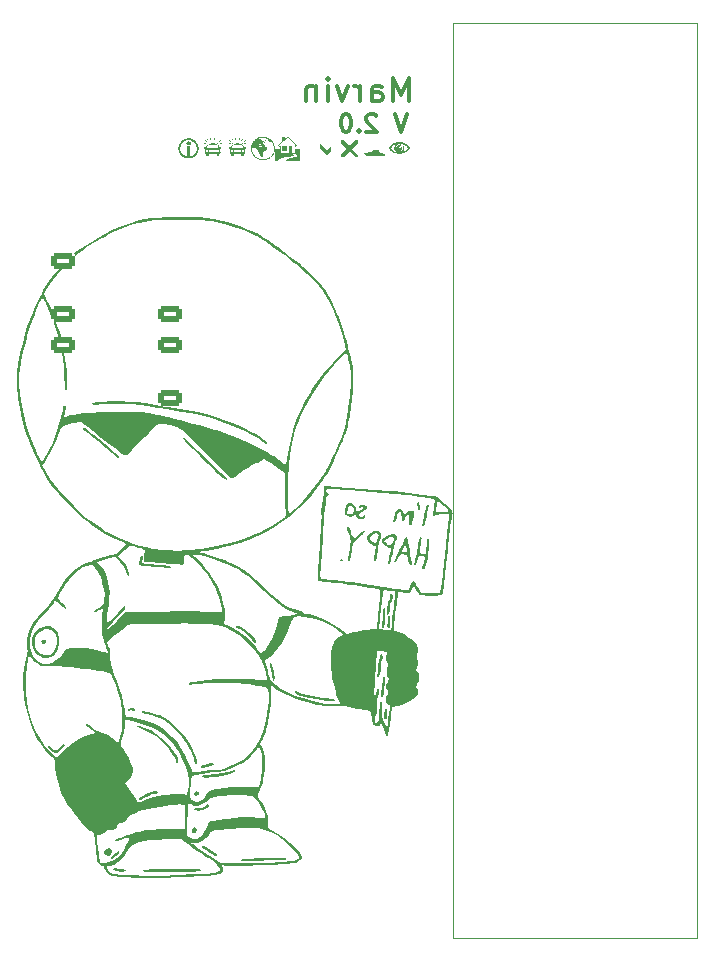
<source format=gbo>
G04 #@! TF.GenerationSoftware,KiCad,Pcbnew,8.0.4*
G04 #@! TF.CreationDate,2025-04-22T14:39:33+02:00*
G04 #@! TF.ProjectId,MarvinProjekt,4d617276-696e-4507-926f-6a656b742e6b,rev?*
G04 #@! TF.SameCoordinates,Original*
G04 #@! TF.FileFunction,Legend,Bot*
G04 #@! TF.FilePolarity,Positive*
%FSLAX46Y46*%
G04 Gerber Fmt 4.6, Leading zero omitted, Abs format (unit mm)*
G04 Created by KiCad (PCBNEW 8.0.4) date 2025-04-22 14:39:33*
%MOMM*%
%LPD*%
G01*
G04 APERTURE LIST*
G04 Aperture macros list*
%AMRoundRect*
0 Rectangle with rounded corners*
0 $1 Rounding radius*
0 $2 $3 $4 $5 $6 $7 $8 $9 X,Y pos of 4 corners*
0 Add a 4 corners polygon primitive as box body*
4,1,4,$2,$3,$4,$5,$6,$7,$8,$9,$2,$3,0*
0 Add four circle primitives for the rounded corners*
1,1,$1+$1,$2,$3*
1,1,$1+$1,$4,$5*
1,1,$1+$1,$6,$7*
1,1,$1+$1,$8,$9*
0 Add four rect primitives between the rounded corners*
20,1,$1+$1,$2,$3,$4,$5,0*
20,1,$1+$1,$4,$5,$6,$7,0*
20,1,$1+$1,$6,$7,$8,$9,0*
20,1,$1+$1,$8,$9,$2,$3,0*%
G04 Aperture macros list end*
%ADD10C,0.300000*%
%ADD11C,0.100000*%
%ADD12C,0.000000*%
%ADD13C,0.750000*%
%ADD14O,2.000000X1.100000*%
%ADD15O,1.800000X1.200000*%
%ADD16R,1.700000X1.700000*%
%ADD17O,1.700000X1.700000*%
%ADD18C,3.200000*%
%ADD19RoundRect,0.250000X1.000000X-0.500000X1.000000X0.500000X-1.000000X0.500000X-1.000000X-0.500000X0*%
%ADD20C,1.500000*%
%ADD21C,0.100000*%
%ADD22C,3.890000*%
%ADD23R,2.100000X1.400000*%
%ADD24RoundRect,0.250000X0.800000X0.450000X-0.800000X0.450000X-0.800000X-0.450000X0.800000X-0.450000X0*%
%ADD25RoundRect,0.250000X-0.800000X-0.450000X0.800000X-0.450000X0.800000X0.450000X-0.800000X0.450000X0*%
G04 APERTURE END LIST*
D10*
G36*
X126775410Y-100910919D02*
G01*
X126847452Y-100934218D01*
X126737177Y-101176751D01*
X126972749Y-101070139D01*
X126981725Y-101096929D01*
X126993265Y-101171256D01*
X126989654Y-101215339D01*
X126963785Y-101289580D01*
X126917794Y-101349309D01*
X126877884Y-101381526D01*
X126810547Y-101412592D01*
X126734246Y-101422948D01*
X126682840Y-101418208D01*
X126612859Y-101393324D01*
X126551430Y-101347110D01*
X126518091Y-101307291D01*
X126485942Y-101240435D01*
X126475226Y-101165027D01*
X126479989Y-101113805D01*
X126504993Y-101044099D01*
X126551430Y-100982944D01*
X126591432Y-100949766D01*
X126658563Y-100917772D01*
X126734246Y-100907107D01*
X126775410Y-100910919D01*
G37*
G36*
X126784557Y-100673584D02*
G01*
X126859712Y-100678573D01*
X126932518Y-100687838D01*
X127025935Y-100706843D01*
X127115173Y-100733450D01*
X127200233Y-100767660D01*
X127281113Y-100809471D01*
X127357815Y-100858884D01*
X127430338Y-100915900D01*
X127437611Y-100922265D01*
X127493527Y-100976487D01*
X127545414Y-101036571D01*
X127593270Y-101102517D01*
X127631838Y-101165027D01*
X127587508Y-101236217D01*
X127539148Y-101301407D01*
X127486758Y-101360597D01*
X127430338Y-101413789D01*
X127394599Y-101443291D01*
X127319986Y-101496586D01*
X127241195Y-101542267D01*
X127158225Y-101580334D01*
X127071076Y-101610788D01*
X126979749Y-101633629D01*
X126884242Y-101648856D01*
X126809870Y-101655280D01*
X126733147Y-101657421D01*
X126681743Y-101656469D01*
X126606617Y-101651473D01*
X126533867Y-101642194D01*
X126440565Y-101623160D01*
X126351487Y-101596513D01*
X126266633Y-101562252D01*
X126186005Y-101520378D01*
X126109600Y-101470890D01*
X126037421Y-101413789D01*
X126030149Y-101407468D01*
X125974290Y-101353526D01*
X125922552Y-101293586D01*
X125874936Y-101227646D01*
X125836653Y-101165027D01*
X126031559Y-101165027D01*
X126076170Y-101234018D01*
X126127020Y-101296277D01*
X126184110Y-101351804D01*
X126247439Y-101400600D01*
X126317008Y-101442663D01*
X126392817Y-101477994D01*
X126474866Y-101506593D01*
X126563154Y-101528461D01*
X126555964Y-101525996D01*
X126489146Y-101494654D01*
X126426307Y-101446129D01*
X126378872Y-101389242D01*
X126374658Y-101382924D01*
X126339867Y-101317336D01*
X126317053Y-101240148D01*
X126310362Y-101165394D01*
X126310369Y-101165027D01*
X126419173Y-101165027D01*
X126419533Y-101180725D01*
X126432156Y-101254792D01*
X126462810Y-101321489D01*
X126511496Y-101380816D01*
X126523186Y-101391597D01*
X126586097Y-101435067D01*
X126656451Y-101461148D01*
X126734246Y-101469842D01*
X126750356Y-101469492D01*
X126826484Y-101457220D01*
X126895241Y-101427417D01*
X126956629Y-101380083D01*
X126967809Y-101368670D01*
X127012889Y-101307182D01*
X127039937Y-101238325D01*
X127048953Y-101162096D01*
X127043834Y-101110084D01*
X127022208Y-101038265D01*
X127127721Y-101005293D01*
X127129592Y-101010370D01*
X127150527Y-101085160D01*
X127158129Y-101162096D01*
X127157865Y-101177534D01*
X127148598Y-101252102D01*
X127126094Y-101322305D01*
X127090352Y-101388143D01*
X127086046Y-101394425D01*
X127037832Y-101450510D01*
X126973970Y-101498071D01*
X126906071Y-101528461D01*
X126966160Y-101513308D01*
X127037939Y-101489618D01*
X127106015Y-101460650D01*
X127182819Y-101418924D01*
X127254290Y-101369597D01*
X127320429Y-101312672D01*
X127345832Y-101287054D01*
X127395129Y-101228278D01*
X127436566Y-101165027D01*
X127391875Y-101096162D01*
X127341151Y-101034464D01*
X127284393Y-100979933D01*
X127221602Y-100932569D01*
X127152777Y-100892372D01*
X127077918Y-100859342D01*
X126997026Y-100833479D01*
X126910101Y-100814783D01*
X126874930Y-100892819D01*
X126807991Y-100869415D01*
X126733879Y-100860212D01*
X126717769Y-100860563D01*
X126641642Y-100872835D01*
X126572884Y-100902638D01*
X126511496Y-100949972D01*
X126505816Y-100955594D01*
X126458933Y-101015715D01*
X126428189Y-101090030D01*
X126419173Y-101165027D01*
X126310369Y-101165027D01*
X126310636Y-101149996D01*
X126320203Y-101075457D01*
X126343437Y-101004996D01*
X126380338Y-100938614D01*
X126384691Y-100932447D01*
X126433492Y-100877464D01*
X126498247Y-100831032D01*
X126567184Y-100801594D01*
X126506390Y-100816495D01*
X126433811Y-100839935D01*
X126365025Y-100868723D01*
X126287488Y-100910330D01*
X126215411Y-100959639D01*
X126148796Y-101016650D01*
X126123019Y-101042629D01*
X126073177Y-101101833D01*
X126031559Y-101165027D01*
X125836653Y-101165027D01*
X125880663Y-101093953D01*
X125928794Y-101028740D01*
X125981047Y-100969389D01*
X126037421Y-100915900D01*
X126072983Y-100886442D01*
X126147274Y-100833227D01*
X126225791Y-100787615D01*
X126308532Y-100749605D01*
X126395498Y-100719196D01*
X126486688Y-100696390D01*
X126582103Y-100681186D01*
X126656437Y-100674772D01*
X126733147Y-100672634D01*
X126784557Y-100673584D01*
G37*
G36*
X124611898Y-101352606D02*
G01*
X124991451Y-101352606D01*
X124989986Y-101396936D01*
X124980540Y-101407469D01*
X124949685Y-101476071D01*
X124985223Y-101540184D01*
X125090003Y-101540184D01*
X125090003Y-101633974D01*
X125347191Y-101633974D01*
X125429623Y-101727763D01*
X125541364Y-101727763D01*
X125541364Y-101845000D01*
X123933391Y-101845000D01*
X123924662Y-101835495D01*
X123874962Y-101781296D01*
X123822775Y-101724185D01*
X123770774Y-101666987D01*
X123717236Y-101607595D01*
X123745812Y-101586346D01*
X123757975Y-101588633D01*
X123832393Y-101601109D01*
X123911090Y-101612300D01*
X123990910Y-101622250D01*
X124051360Y-101540184D01*
X124384752Y-101540184D01*
X124448814Y-101469842D01*
X124514811Y-101469842D01*
X124752215Y-101469842D01*
X124752948Y-101422948D01*
X124554012Y-101422948D01*
X124514811Y-101469842D01*
X124448814Y-101469842D01*
X124552913Y-101355537D01*
X124564270Y-101353705D01*
X124636810Y-101188475D01*
X124684071Y-101188475D01*
X124611898Y-101352606D01*
G37*
G36*
X121822766Y-101938789D02*
G01*
X122037090Y-101938789D01*
X122523621Y-101458485D01*
X123010519Y-101938789D01*
X123231071Y-101938789D01*
X123231071Y-101734724D01*
X122742341Y-101242330D01*
X123231071Y-100759462D01*
X123231071Y-100531950D01*
X123010519Y-100531950D01*
X122521423Y-101019947D01*
X122037090Y-100531950D01*
X121822766Y-100531950D01*
X121822766Y-100759462D01*
X122301971Y-101237201D01*
X121822766Y-101711277D01*
X121822766Y-101938789D01*
G37*
G36*
X120025750Y-101181514D02*
G01*
X120630983Y-101779420D01*
X120972435Y-101439434D01*
X120972435Y-101007857D01*
X120630983Y-101347843D01*
X120025750Y-100749937D01*
X120025750Y-101181514D01*
G37*
G36*
X117212072Y-101399501D02*
G01*
X116821894Y-101399501D01*
X116821894Y-101024344D01*
X117212072Y-101024344D01*
X117212072Y-101399501D01*
G37*
G36*
X118098674Y-100892819D02*
G01*
X117968248Y-101076734D01*
X117920987Y-101037533D01*
X117920987Y-101258817D01*
X118350732Y-101258817D01*
X118350732Y-102267051D01*
X117104361Y-102267051D01*
X117110667Y-102226730D01*
X117153799Y-102161544D01*
X117215596Y-102117416D01*
X117288239Y-102084168D01*
X117362648Y-102059689D01*
X117391540Y-102052958D01*
X117463735Y-102036145D01*
X117535875Y-102019349D01*
X117607962Y-102002571D01*
X117679995Y-101985811D01*
X117751975Y-101969069D01*
X117823900Y-101952344D01*
X117880315Y-101935663D01*
X117960940Y-101904212D01*
X118030753Y-101859551D01*
X118064602Y-101792609D01*
X118031188Y-101738501D01*
X117958997Y-101703949D01*
X117882681Y-101683305D01*
X117806778Y-101669212D01*
X117717674Y-101657271D01*
X117642184Y-101649727D01*
X117363381Y-101638004D01*
X117417328Y-101643891D01*
X117514781Y-101656920D01*
X117598312Y-101671620D01*
X117683148Y-101692347D01*
X117756238Y-101720665D01*
X117808879Y-101782351D01*
X117757772Y-101829475D01*
X117680755Y-101855822D01*
X117604448Y-101874125D01*
X117530626Y-101888459D01*
X117445446Y-101902519D01*
X117353848Y-101916423D01*
X117268509Y-101929695D01*
X117189430Y-101942337D01*
X117116611Y-101954348D01*
X117029256Y-101969380D01*
X116953030Y-101983291D01*
X116873395Y-101999101D01*
X116791120Y-102018290D01*
X116749373Y-102029995D01*
X116673959Y-102054942D01*
X116594842Y-102089008D01*
X116522121Y-102134114D01*
X116467918Y-102192565D01*
X116446371Y-102267051D01*
X116217027Y-102267051D01*
X116217027Y-101258817D01*
X116649703Y-101258817D01*
X116649703Y-101037533D01*
X116602808Y-101076734D01*
X116476020Y-100897948D01*
X116564340Y-100897948D01*
X116617463Y-100972320D01*
X116715648Y-100894651D01*
X116715648Y-101610526D01*
X117351657Y-101610526D01*
X117351657Y-101024344D01*
X117654274Y-101024344D01*
X117654274Y-101610526D01*
X117855408Y-101610526D01*
X117855408Y-100894651D01*
X117953593Y-100972320D01*
X118006716Y-100897948D01*
X117283879Y-100347302D01*
X116998115Y-100567121D01*
X116998115Y-100320924D01*
X116869888Y-100320924D01*
X116869888Y-100663108D01*
X116564340Y-100897948D01*
X116476020Y-100897948D01*
X116472383Y-100892819D01*
X116811636Y-100633066D01*
X116811636Y-100274030D01*
X117053436Y-100274030D01*
X117053436Y-100446221D01*
X117283879Y-100271099D01*
X118098674Y-100892819D01*
G37*
G36*
X115323464Y-100707805D02*
G01*
X115301482Y-100770087D01*
X115253122Y-100714766D01*
X115288660Y-100650652D01*
X115323464Y-100707805D01*
G37*
G36*
X115264846Y-100638562D02*
G01*
X115232240Y-100697913D01*
X115217951Y-100703042D01*
X115260450Y-100754699D01*
X115189741Y-100761294D01*
X115132222Y-100702309D01*
X115239933Y-100576646D01*
X115264846Y-100638562D01*
G37*
G36*
X115456821Y-100617313D02*
G01*
X115379152Y-100606322D01*
X115336287Y-100573715D01*
X115353872Y-100518394D01*
X115427512Y-100518394D01*
X115456821Y-100617313D01*
G37*
G36*
X115210852Y-100203970D02*
G01*
X115287080Y-100208204D01*
X115361221Y-100217520D01*
X115456831Y-100237844D01*
X115548731Y-100267202D01*
X115636922Y-100305593D01*
X115721403Y-100353017D01*
X115782330Y-100394513D01*
X115841170Y-100441091D01*
X115897923Y-100492749D01*
X115916339Y-100511164D01*
X115968076Y-100567842D01*
X116014553Y-100626672D01*
X116068337Y-100708457D01*
X116112767Y-100794066D01*
X116147844Y-100883499D01*
X116173566Y-100976756D01*
X116186720Y-101049208D01*
X116194612Y-101123811D01*
X116197243Y-101200565D01*
X116196952Y-101226431D01*
X116192583Y-101302557D01*
X116182973Y-101376474D01*
X116162004Y-101471595D01*
X116131716Y-101562788D01*
X116092109Y-101650054D01*
X116043182Y-101733393D01*
X116000371Y-101793321D01*
X115952318Y-101851039D01*
X115899023Y-101906549D01*
X115880269Y-101924400D01*
X115822630Y-101974555D01*
X115762924Y-102019609D01*
X115680099Y-102071747D01*
X115593600Y-102114818D01*
X115503426Y-102148821D01*
X115409577Y-102173757D01*
X115336778Y-102186508D01*
X115261912Y-102194159D01*
X115184979Y-102196709D01*
X115159104Y-102196426D01*
X115082855Y-102192175D01*
X115008666Y-102182825D01*
X114912953Y-102162423D01*
X114820904Y-102132953D01*
X114732519Y-102094416D01*
X114647797Y-102046812D01*
X114586660Y-102005158D01*
X114527584Y-101958404D01*
X114470568Y-101906549D01*
X114452176Y-101888291D01*
X114400501Y-101832045D01*
X114354082Y-101773590D01*
X114300363Y-101692215D01*
X114255988Y-101606912D01*
X114220954Y-101517682D01*
X114195263Y-101424525D01*
X114182125Y-101352081D01*
X114174243Y-101277427D01*
X114171615Y-101200565D01*
X114171794Y-101184811D01*
X114262107Y-101184811D01*
X114262107Y-101210457D01*
X114266412Y-101304183D01*
X114279326Y-101394303D01*
X114300850Y-101480816D01*
X114330983Y-101563723D01*
X114369726Y-101643024D01*
X114417079Y-101718718D01*
X114473041Y-101790806D01*
X114537613Y-101859288D01*
X114608092Y-101921884D01*
X114681960Y-101976135D01*
X114759217Y-102022039D01*
X114839863Y-102059597D01*
X114923898Y-102088809D01*
X115011322Y-102109675D01*
X115102134Y-102122194D01*
X115196336Y-102126367D01*
X115290486Y-102122274D01*
X115381144Y-102109995D01*
X115468310Y-102089530D01*
X115551984Y-102060880D01*
X115632166Y-102024043D01*
X115708857Y-101979020D01*
X115782055Y-101925811D01*
X115851762Y-101864417D01*
X115915389Y-101797074D01*
X115970532Y-101726023D01*
X116017192Y-101651261D01*
X116055368Y-101572791D01*
X116085061Y-101490611D01*
X116106270Y-101404721D01*
X116118996Y-101315122D01*
X116123237Y-101221814D01*
X116121422Y-101167786D01*
X116112779Y-101090644D01*
X116097018Y-101011749D01*
X116074140Y-100931101D01*
X116048866Y-100860579D01*
X116030776Y-100816810D01*
X115993773Y-100741430D01*
X115950832Y-100676006D01*
X115896458Y-100623907D01*
X115835275Y-100606322D01*
X115819521Y-100642958D01*
X115771161Y-100689487D01*
X115726740Y-100668237D01*
X115687264Y-100604490D01*
X115682108Y-100592590D01*
X115647266Y-100526754D01*
X115598237Y-100470767D01*
X115571415Y-100451721D01*
X115504448Y-100419110D01*
X115470010Y-100413248D01*
X115435938Y-100383206D01*
X115452424Y-100338876D01*
X115397424Y-100320764D01*
X115323177Y-100306573D01*
X115246184Y-100299458D01*
X115170324Y-100297477D01*
X115089861Y-100300820D01*
X115011871Y-100310849D01*
X114936355Y-100327564D01*
X114863311Y-100350966D01*
X114876500Y-100420942D01*
X115023412Y-100420942D01*
X115222348Y-100592766D01*
X115115369Y-100683991D01*
X115091922Y-100647721D01*
X115073604Y-100699745D01*
X114993105Y-100624612D01*
X115006926Y-100682526D01*
X115033304Y-100712568D01*
X115167759Y-100773384D01*
X115205495Y-100827606D01*
X115295621Y-100853251D01*
X115368527Y-100940446D01*
X115266678Y-100990638D01*
X115223080Y-100911503D01*
X115156402Y-100923227D01*
X115111706Y-100882561D01*
X115061880Y-100918098D01*
X115040265Y-100979281D01*
X115087599Y-101014257D01*
X115082397Y-100959497D01*
X115165195Y-100959497D01*
X115103500Y-101026006D01*
X115114637Y-101034235D01*
X115099281Y-101030555D01*
X115092216Y-101038171D01*
X115098517Y-101036434D01*
X115115179Y-101034184D01*
X115188276Y-101023244D01*
X115206510Y-101019728D01*
X115275104Y-100989905D01*
X115293713Y-100997587D01*
X115362967Y-101025340D01*
X115437879Y-101053332D01*
X115510676Y-101077100D01*
X115543283Y-101243796D01*
X115493091Y-101360300D01*
X115312473Y-101402065D01*
X115235903Y-101510143D01*
X115229466Y-101534848D01*
X115212044Y-101609221D01*
X115197455Y-101683981D01*
X115185700Y-101759127D01*
X115176778Y-101834660D01*
X115170690Y-101910579D01*
X115063346Y-101980188D01*
X114922295Y-101858921D01*
X114919862Y-101849693D01*
X114903227Y-101774165D01*
X114891629Y-101695614D01*
X114885069Y-101614040D01*
X114883461Y-101540184D01*
X114851427Y-101500800D01*
X114802088Y-101441037D01*
X114751203Y-101380450D01*
X114751668Y-101373152D01*
X114763671Y-101293776D01*
X114785553Y-101223043D01*
X114817882Y-101153670D01*
X114814951Y-101151838D01*
X114740945Y-101320000D01*
X114586339Y-101264312D01*
X114635799Y-101168691D01*
X114591853Y-101164266D01*
X114518196Y-101157334D01*
X114493187Y-101160017D01*
X114418161Y-101168067D01*
X114335882Y-101176895D01*
X114262107Y-101184811D01*
X114171794Y-101184811D01*
X114171908Y-101174719D01*
X114176309Y-101098624D01*
X114185990Y-101024693D01*
X114187693Y-101017016D01*
X114812020Y-101017016D01*
X114844260Y-101095785D01*
X114894685Y-101089516D01*
X114966625Y-101073070D01*
X115023778Y-101057042D01*
X115089932Y-101038801D01*
X115088912Y-101028070D01*
X114955635Y-100996133D01*
X114963328Y-100972686D01*
X114889689Y-101008956D01*
X114985310Y-100888422D01*
X114990806Y-100854351D01*
X114885659Y-100858381D01*
X114855251Y-101017016D01*
X114812020Y-101017016D01*
X114187693Y-101017016D01*
X114207114Y-100929484D01*
X114237625Y-100838122D01*
X114277524Y-100750606D01*
X114326812Y-100666938D01*
X114369938Y-100606711D01*
X114387367Y-100585806D01*
X114983845Y-100585806D01*
X114992500Y-100622075D01*
X115023046Y-100605223D01*
X114983845Y-100585806D01*
X114387367Y-100585806D01*
X114418346Y-100548648D01*
X114472034Y-100492749D01*
X114490720Y-100474965D01*
X114548169Y-100425000D01*
X114607704Y-100380117D01*
X114690331Y-100328176D01*
X114776667Y-100285268D01*
X114866712Y-100251394D01*
X114960467Y-100226553D01*
X115033218Y-100213850D01*
X115108055Y-100206228D01*
X115184979Y-100203688D01*
X115210852Y-100203970D01*
G37*
G36*
X113101333Y-100860728D02*
G01*
X113181255Y-100862821D01*
X113257045Y-100866524D01*
X113342538Y-100873092D01*
X113422081Y-100881980D01*
X113495673Y-100893185D01*
X113524874Y-100954990D01*
X113559341Y-101030924D01*
X113595244Y-101115442D01*
X113596274Y-101118133D01*
X113755059Y-101118133D01*
X113755059Y-101200198D01*
X113648447Y-101264312D01*
X113640043Y-101241503D01*
X113646146Y-101260704D01*
X113659071Y-101337951D01*
X113659071Y-101516737D01*
X113694242Y-101516737D01*
X113694242Y-101610526D01*
X113659071Y-101610526D01*
X113659071Y-101657421D01*
X113600453Y-101657421D01*
X113600453Y-101845000D01*
X113359752Y-101845000D01*
X113359752Y-101727397D01*
X113325820Y-101720248D01*
X113287944Y-101657421D01*
X112780896Y-101657421D01*
X112772905Y-101687761D01*
X112707990Y-101727397D01*
X112707990Y-101845000D01*
X112467288Y-101845000D01*
X112467288Y-101657421D01*
X112409769Y-101657421D01*
X112409769Y-101633974D01*
X112646441Y-101633974D01*
X112695533Y-101680868D01*
X112744626Y-101633974D01*
X113324214Y-101633974D01*
X113373307Y-101680868D01*
X113422400Y-101633974D01*
X113373307Y-101587079D01*
X113324214Y-101633974D01*
X112744626Y-101633974D01*
X112695533Y-101587079D01*
X112646441Y-101633974D01*
X112409769Y-101633974D01*
X112409769Y-101610526D01*
X112374598Y-101610526D01*
X112374598Y-101587079D01*
X112411235Y-101587079D01*
X112632152Y-101587079D01*
X112633589Y-101584194D01*
X112662359Y-101563632D01*
X112728496Y-101563632D01*
X112757083Y-101587079D01*
X113310293Y-101587079D01*
X113311729Y-101584194D01*
X113340499Y-101563632D01*
X113406636Y-101563632D01*
X113435223Y-101587079D01*
X113657240Y-101587079D01*
X113657240Y-101563632D01*
X113406636Y-101563632D01*
X113340499Y-101563632D01*
X112728496Y-101563632D01*
X112662359Y-101563632D01*
X112411235Y-101563632D01*
X112411235Y-101587079D01*
X112374598Y-101587079D01*
X112374598Y-101516737D01*
X112409769Y-101516737D01*
X112409769Y-101493290D01*
X112468021Y-101493290D01*
X112637281Y-101493290D01*
X112707990Y-101493290D01*
X113359752Y-101493290D01*
X113430460Y-101493290D01*
X113599720Y-101493290D01*
X113599720Y-101376053D01*
X113430460Y-101376053D01*
X113430460Y-101493290D01*
X113359752Y-101493290D01*
X113359752Y-101469842D01*
X112707990Y-101469842D01*
X112707990Y-101493290D01*
X112637281Y-101493290D01*
X112637281Y-101399501D01*
X112707990Y-101399501D01*
X113359752Y-101399501D01*
X113359752Y-101376053D01*
X112707990Y-101376053D01*
X112707990Y-101399501D01*
X112637281Y-101399501D01*
X112637281Y-101376053D01*
X112468021Y-101376053D01*
X112468021Y-101493290D01*
X112409769Y-101493290D01*
X112409769Y-101337951D01*
X112417535Y-101281105D01*
X112434757Y-101222342D01*
X112419295Y-101264312D01*
X112312683Y-101200198D01*
X112312683Y-101199099D01*
X112509054Y-101199099D01*
X112538197Y-101197813D01*
X112613209Y-101194959D01*
X112691297Y-101192625D01*
X112772463Y-101190809D01*
X112856705Y-101189512D01*
X112944024Y-101188734D01*
X113034420Y-101188475D01*
X113070819Y-101188516D01*
X113159738Y-101188983D01*
X113245687Y-101189969D01*
X113328666Y-101191473D01*
X113408676Y-101193496D01*
X113485716Y-101196039D01*
X113559787Y-101199099D01*
X113545343Y-101153136D01*
X113517288Y-101081496D01*
X113485106Y-101018350D01*
X113448412Y-100949972D01*
X113439667Y-100948777D01*
X113359971Y-100940585D01*
X113276038Y-100935409D01*
X113193545Y-100932451D01*
X113117364Y-100931028D01*
X113034420Y-100930554D01*
X113017223Y-100930573D01*
X112935326Y-100931237D01*
X112860244Y-100932849D01*
X112779143Y-100936034D01*
X112696930Y-100941477D01*
X112619330Y-100949972D01*
X112583496Y-101014676D01*
X112550819Y-101080764D01*
X112533741Y-101127302D01*
X112509054Y-101199099D01*
X112312683Y-101199099D01*
X112312683Y-101118133D01*
X112472303Y-101118133D01*
X112501063Y-101048753D01*
X112534030Y-100974667D01*
X112572069Y-100893185D01*
X112633299Y-100883686D01*
X112712159Y-100874413D01*
X112796892Y-100867457D01*
X112871989Y-100863432D01*
X112951165Y-100861017D01*
X113034420Y-100860212D01*
X113101333Y-100860728D01*
G37*
G36*
X113465631Y-100860212D02*
G01*
X112603210Y-100860212D01*
X112603210Y-100813318D01*
X112646441Y-100813318D01*
X112884577Y-100813318D01*
X113183164Y-100813318D01*
X113421301Y-100813318D01*
X113421301Y-100766423D01*
X113183164Y-100766423D01*
X113183164Y-100813318D01*
X112884577Y-100813318D01*
X112884577Y-100766423D01*
X112646441Y-100766423D01*
X112646441Y-100813318D01*
X112603210Y-100813318D01*
X112603210Y-100719528D01*
X113465631Y-100719528D01*
X113465631Y-100860212D01*
G37*
G36*
X112579030Y-100778147D02*
G01*
X112276779Y-100814417D01*
X112276779Y-100741877D01*
X112579030Y-100778147D01*
G37*
G36*
X113786933Y-100814417D02*
G01*
X113484682Y-100778147D01*
X113786933Y-100741877D01*
X113786933Y-100814417D01*
G37*
G36*
X112590387Y-100684357D02*
G01*
X112311950Y-100563457D01*
X112346022Y-100503374D01*
X112590387Y-100684357D01*
G37*
G36*
X113751395Y-100563457D02*
G01*
X113473325Y-100684357D01*
X113717323Y-100503374D01*
X113751395Y-100563457D01*
G37*
G36*
X112740596Y-100660910D02*
G01*
X112562177Y-100420942D01*
X112621161Y-100386503D01*
X112740596Y-100660910D01*
G37*
G36*
X112874685Y-100660910D02*
G01*
X112841713Y-100367819D01*
X112910223Y-100367819D01*
X112874685Y-100660910D01*
G37*
G36*
X113189026Y-100660910D02*
G01*
X113153489Y-100367819D01*
X113221999Y-100367819D01*
X113189026Y-100660910D01*
G37*
G36*
X113501535Y-100420942D02*
G01*
X113322749Y-100660910D01*
X113442550Y-100386503D01*
X113501535Y-100420942D01*
G37*
G36*
X111001333Y-100860728D02*
G01*
X111081255Y-100862821D01*
X111157045Y-100866524D01*
X111242538Y-100873092D01*
X111322081Y-100881980D01*
X111395673Y-100893185D01*
X111424874Y-100954990D01*
X111459341Y-101030924D01*
X111495244Y-101115442D01*
X111496274Y-101118133D01*
X111655059Y-101118133D01*
X111655059Y-101200198D01*
X111548447Y-101264312D01*
X111540043Y-101241503D01*
X111546146Y-101260704D01*
X111559071Y-101337951D01*
X111559071Y-101516737D01*
X111594242Y-101516737D01*
X111594242Y-101610526D01*
X111559071Y-101610526D01*
X111559071Y-101657421D01*
X111500453Y-101657421D01*
X111500453Y-101845000D01*
X111259752Y-101845000D01*
X111259752Y-101727397D01*
X111225820Y-101720248D01*
X111187944Y-101657421D01*
X110680896Y-101657421D01*
X110672905Y-101687761D01*
X110607990Y-101727397D01*
X110607990Y-101845000D01*
X110367288Y-101845000D01*
X110367288Y-101657421D01*
X110309769Y-101657421D01*
X110309769Y-101633974D01*
X110546441Y-101633974D01*
X110595533Y-101680868D01*
X110644626Y-101633974D01*
X111224214Y-101633974D01*
X111273307Y-101680868D01*
X111322400Y-101633974D01*
X111273307Y-101587079D01*
X111224214Y-101633974D01*
X110644626Y-101633974D01*
X110595533Y-101587079D01*
X110546441Y-101633974D01*
X110309769Y-101633974D01*
X110309769Y-101610526D01*
X110274598Y-101610526D01*
X110274598Y-101587079D01*
X110311235Y-101587079D01*
X110532152Y-101587079D01*
X110533589Y-101584194D01*
X110562359Y-101563632D01*
X110628496Y-101563632D01*
X110657083Y-101587079D01*
X111210293Y-101587079D01*
X111211729Y-101584194D01*
X111240499Y-101563632D01*
X111306636Y-101563632D01*
X111335223Y-101587079D01*
X111557240Y-101587079D01*
X111557240Y-101563632D01*
X111306636Y-101563632D01*
X111240499Y-101563632D01*
X110628496Y-101563632D01*
X110562359Y-101563632D01*
X110311235Y-101563632D01*
X110311235Y-101587079D01*
X110274598Y-101587079D01*
X110274598Y-101516737D01*
X110309769Y-101516737D01*
X110309769Y-101493290D01*
X110368021Y-101493290D01*
X110537281Y-101493290D01*
X110607990Y-101493290D01*
X111259752Y-101493290D01*
X111330460Y-101493290D01*
X111499720Y-101493290D01*
X111499720Y-101376053D01*
X111330460Y-101376053D01*
X111330460Y-101493290D01*
X111259752Y-101493290D01*
X111259752Y-101469842D01*
X110607990Y-101469842D01*
X110607990Y-101493290D01*
X110537281Y-101493290D01*
X110537281Y-101399501D01*
X110607990Y-101399501D01*
X111259752Y-101399501D01*
X111259752Y-101376053D01*
X110607990Y-101376053D01*
X110607990Y-101399501D01*
X110537281Y-101399501D01*
X110537281Y-101376053D01*
X110368021Y-101376053D01*
X110368021Y-101493290D01*
X110309769Y-101493290D01*
X110309769Y-101337951D01*
X110317535Y-101281105D01*
X110334757Y-101222342D01*
X110319295Y-101264312D01*
X110212683Y-101200198D01*
X110212683Y-101199099D01*
X110409054Y-101199099D01*
X110438197Y-101197813D01*
X110513209Y-101194959D01*
X110591297Y-101192625D01*
X110672463Y-101190809D01*
X110756705Y-101189512D01*
X110844024Y-101188734D01*
X110934420Y-101188475D01*
X110970819Y-101188516D01*
X111059738Y-101188983D01*
X111145687Y-101189969D01*
X111228666Y-101191473D01*
X111308676Y-101193496D01*
X111385716Y-101196039D01*
X111459787Y-101199099D01*
X111445343Y-101153136D01*
X111417288Y-101081496D01*
X111385106Y-101018350D01*
X111348412Y-100949972D01*
X111339667Y-100948777D01*
X111259971Y-100940585D01*
X111176038Y-100935409D01*
X111093545Y-100932451D01*
X111017364Y-100931028D01*
X110934420Y-100930554D01*
X110917223Y-100930573D01*
X110835326Y-100931237D01*
X110760244Y-100932849D01*
X110679143Y-100936034D01*
X110596930Y-100941477D01*
X110519330Y-100949972D01*
X110483496Y-101014676D01*
X110450819Y-101080764D01*
X110433741Y-101127302D01*
X110409054Y-101199099D01*
X110212683Y-101199099D01*
X110212683Y-101118133D01*
X110372303Y-101118133D01*
X110401063Y-101048753D01*
X110434030Y-100974667D01*
X110472069Y-100893185D01*
X110533299Y-100883686D01*
X110612159Y-100874413D01*
X110696892Y-100867457D01*
X110771989Y-100863432D01*
X110851165Y-100861017D01*
X110934420Y-100860212D01*
X111001333Y-100860728D01*
G37*
G36*
X111365631Y-100860212D02*
G01*
X110503210Y-100860212D01*
X110503210Y-100813318D01*
X110546441Y-100813318D01*
X110784577Y-100813318D01*
X111083164Y-100813318D01*
X111321301Y-100813318D01*
X111321301Y-100766423D01*
X111083164Y-100766423D01*
X111083164Y-100813318D01*
X110784577Y-100813318D01*
X110784577Y-100766423D01*
X110546441Y-100766423D01*
X110546441Y-100813318D01*
X110503210Y-100813318D01*
X110503210Y-100719528D01*
X111365631Y-100719528D01*
X111365631Y-100860212D01*
G37*
G36*
X110479030Y-100778147D02*
G01*
X110176779Y-100814417D01*
X110176779Y-100741877D01*
X110479030Y-100778147D01*
G37*
G36*
X111686933Y-100814417D02*
G01*
X111384682Y-100778147D01*
X111686933Y-100741877D01*
X111686933Y-100814417D01*
G37*
G36*
X110490387Y-100684357D02*
G01*
X110211950Y-100563457D01*
X110246022Y-100503374D01*
X110490387Y-100684357D01*
G37*
G36*
X111651395Y-100563457D02*
G01*
X111373325Y-100684357D01*
X111617323Y-100503374D01*
X111651395Y-100563457D01*
G37*
G36*
X110640596Y-100660910D02*
G01*
X110462177Y-100420942D01*
X110521161Y-100386503D01*
X110640596Y-100660910D01*
G37*
G36*
X110774685Y-100660910D02*
G01*
X110741713Y-100367819D01*
X110810223Y-100367819D01*
X110774685Y-100660910D01*
G37*
G36*
X111089026Y-100660910D02*
G01*
X111053489Y-100367819D01*
X111121999Y-100367819D01*
X111089026Y-100660910D01*
G37*
G36*
X111401535Y-100420942D02*
G01*
X111222749Y-100660910D01*
X111342550Y-100386503D01*
X111401535Y-100420942D01*
G37*
G36*
X109037752Y-101845000D02*
G01*
X108731106Y-101845000D01*
X108731106Y-101024344D01*
X109037752Y-101024344D01*
X109037752Y-101845000D01*
G37*
G36*
X108950650Y-100613642D02*
G01*
X109014672Y-100653949D01*
X109051487Y-100702966D01*
X109068527Y-100778147D01*
X109056694Y-100841828D01*
X109014672Y-100902711D01*
X108958847Y-100939526D01*
X108883513Y-100954002D01*
X108817165Y-100942732D01*
X108753454Y-100902711D01*
X108716138Y-100853443D01*
X108698866Y-100778147D01*
X108710860Y-100714546D01*
X108753454Y-100653949D01*
X108809036Y-100616871D01*
X108883513Y-100602292D01*
X108950650Y-100613642D01*
G37*
G36*
X108970748Y-100348293D02*
G01*
X109054399Y-100360056D01*
X109134833Y-100379663D01*
X109212050Y-100407111D01*
X109286050Y-100442403D01*
X109356833Y-100485536D01*
X109424398Y-100536512D01*
X109488747Y-100595331D01*
X109547480Y-100659685D01*
X109598381Y-100727268D01*
X109641452Y-100798079D01*
X109676692Y-100872119D01*
X109704100Y-100949388D01*
X109723678Y-101029885D01*
X109735425Y-101113610D01*
X109739340Y-101200565D01*
X109735425Y-101287599D01*
X109723678Y-101371382D01*
X109704100Y-101451914D01*
X109676692Y-101529193D01*
X109641452Y-101603222D01*
X109598381Y-101673999D01*
X109547480Y-101741524D01*
X109488747Y-101805799D01*
X109424398Y-101864445D01*
X109356833Y-101915273D01*
X109286050Y-101958280D01*
X109212050Y-101993469D01*
X109134833Y-102020837D01*
X109054399Y-102040386D01*
X108970748Y-102052116D01*
X108883879Y-102056025D01*
X108797017Y-102052116D01*
X108713383Y-102040386D01*
X108632977Y-102020837D01*
X108555800Y-101993469D01*
X108481852Y-101958280D01*
X108411132Y-101915273D01*
X108343641Y-101864445D01*
X108279378Y-101805799D01*
X108220560Y-101741524D01*
X108169584Y-101673999D01*
X108126450Y-101603222D01*
X108091159Y-101529193D01*
X108063710Y-101451914D01*
X108044104Y-101371382D01*
X108032340Y-101287599D01*
X108028419Y-101200565D01*
X108189619Y-101200565D01*
X108190413Y-101236092D01*
X108199349Y-101322018D01*
X108218213Y-101403811D01*
X108247005Y-101481472D01*
X108285725Y-101555001D01*
X108334374Y-101624397D01*
X108392951Y-101689661D01*
X108418654Y-101714150D01*
X108485816Y-101768461D01*
X108557128Y-101812897D01*
X108632591Y-101847458D01*
X108712203Y-101872145D01*
X108795966Y-101886957D01*
X108883879Y-101891894D01*
X108919501Y-101891104D01*
X109005688Y-101882217D01*
X109087778Y-101863455D01*
X109165772Y-101834819D01*
X109239669Y-101796307D01*
X109309470Y-101747922D01*
X109375174Y-101689661D01*
X109399841Y-101664051D01*
X109454545Y-101597134D01*
X109499303Y-101526085D01*
X109534115Y-101450904D01*
X109558980Y-101371590D01*
X109573899Y-101288143D01*
X109578872Y-101200565D01*
X109578077Y-101165080D01*
X109569125Y-101079237D01*
X109550227Y-100997490D01*
X109521383Y-100919840D01*
X109482593Y-100846286D01*
X109433857Y-100776829D01*
X109375174Y-100711468D01*
X109349384Y-100686891D01*
X109282041Y-100632383D01*
X109210602Y-100587786D01*
X109135066Y-100553100D01*
X109055434Y-100528324D01*
X108971705Y-100513458D01*
X108883879Y-100508503D01*
X108848216Y-100509295D01*
X108761963Y-100518215D01*
X108679860Y-100537045D01*
X108601908Y-100565785D01*
X108528105Y-100604436D01*
X108458453Y-100652997D01*
X108392951Y-100711468D01*
X108368329Y-100737121D01*
X108313723Y-100804120D01*
X108269046Y-100875216D01*
X108234297Y-100950408D01*
X108209476Y-101029697D01*
X108194583Y-101113083D01*
X108189619Y-101200565D01*
X108028419Y-101200565D01*
X108032340Y-101113610D01*
X108044104Y-101029885D01*
X108063710Y-100949388D01*
X108091159Y-100872119D01*
X108126450Y-100798079D01*
X108169584Y-100727268D01*
X108220560Y-100659685D01*
X108279378Y-100595331D01*
X108343641Y-100536512D01*
X108411132Y-100485536D01*
X108481852Y-100442403D01*
X108555800Y-100407111D01*
X108632977Y-100379663D01*
X108713383Y-100360056D01*
X108797017Y-100348293D01*
X108883879Y-100344371D01*
X108970748Y-100348293D01*
G37*
X127359774Y-98300828D02*
X126859774Y-99800828D01*
X126859774Y-99800828D02*
X126359774Y-98300828D01*
X124788346Y-98443685D02*
X124716918Y-98372257D01*
X124716918Y-98372257D02*
X124574061Y-98300828D01*
X124574061Y-98300828D02*
X124216918Y-98300828D01*
X124216918Y-98300828D02*
X124074061Y-98372257D01*
X124074061Y-98372257D02*
X124002632Y-98443685D01*
X124002632Y-98443685D02*
X123931203Y-98586542D01*
X123931203Y-98586542D02*
X123931203Y-98729400D01*
X123931203Y-98729400D02*
X124002632Y-98943685D01*
X124002632Y-98943685D02*
X124859775Y-99800828D01*
X124859775Y-99800828D02*
X123931203Y-99800828D01*
X123288347Y-99657971D02*
X123216918Y-99729400D01*
X123216918Y-99729400D02*
X123288347Y-99800828D01*
X123288347Y-99800828D02*
X123359775Y-99729400D01*
X123359775Y-99729400D02*
X123288347Y-99657971D01*
X123288347Y-99657971D02*
X123288347Y-99800828D01*
X122288346Y-98300828D02*
X122145489Y-98300828D01*
X122145489Y-98300828D02*
X122002632Y-98372257D01*
X122002632Y-98372257D02*
X121931204Y-98443685D01*
X121931204Y-98443685D02*
X121859775Y-98586542D01*
X121859775Y-98586542D02*
X121788346Y-98872257D01*
X121788346Y-98872257D02*
X121788346Y-99229400D01*
X121788346Y-99229400D02*
X121859775Y-99515114D01*
X121859775Y-99515114D02*
X121931204Y-99657971D01*
X121931204Y-99657971D02*
X122002632Y-99729400D01*
X122002632Y-99729400D02*
X122145489Y-99800828D01*
X122145489Y-99800828D02*
X122288346Y-99800828D01*
X122288346Y-99800828D02*
X122431204Y-99729400D01*
X122431204Y-99729400D02*
X122502632Y-99657971D01*
X122502632Y-99657971D02*
X122574061Y-99515114D01*
X122574061Y-99515114D02*
X122645489Y-99229400D01*
X122645489Y-99229400D02*
X122645489Y-98872257D01*
X122645489Y-98872257D02*
X122574061Y-98586542D01*
X122574061Y-98586542D02*
X122502632Y-98443685D01*
X122502632Y-98443685D02*
X122431204Y-98372257D01*
X122431204Y-98372257D02*
X122288346Y-98300828D01*
X127526441Y-97239638D02*
X127526441Y-95239638D01*
X127526441Y-95239638D02*
X126859774Y-96668209D01*
X126859774Y-96668209D02*
X126193108Y-95239638D01*
X126193108Y-95239638D02*
X126193108Y-97239638D01*
X124383584Y-97239638D02*
X124383584Y-96192019D01*
X124383584Y-96192019D02*
X124478822Y-96001542D01*
X124478822Y-96001542D02*
X124669298Y-95906304D01*
X124669298Y-95906304D02*
X125050251Y-95906304D01*
X125050251Y-95906304D02*
X125240727Y-96001542D01*
X124383584Y-97144400D02*
X124574060Y-97239638D01*
X124574060Y-97239638D02*
X125050251Y-97239638D01*
X125050251Y-97239638D02*
X125240727Y-97144400D01*
X125240727Y-97144400D02*
X125335965Y-96953923D01*
X125335965Y-96953923D02*
X125335965Y-96763447D01*
X125335965Y-96763447D02*
X125240727Y-96572971D01*
X125240727Y-96572971D02*
X125050251Y-96477733D01*
X125050251Y-96477733D02*
X124574060Y-96477733D01*
X124574060Y-96477733D02*
X124383584Y-96382495D01*
X123431203Y-97239638D02*
X123431203Y-95906304D01*
X123431203Y-96287257D02*
X123335965Y-96096780D01*
X123335965Y-96096780D02*
X123240727Y-96001542D01*
X123240727Y-96001542D02*
X123050251Y-95906304D01*
X123050251Y-95906304D02*
X122859774Y-95906304D01*
X122383584Y-95906304D02*
X121907394Y-97239638D01*
X121907394Y-97239638D02*
X121431203Y-95906304D01*
X120669298Y-97239638D02*
X120669298Y-95906304D01*
X120669298Y-95239638D02*
X120764536Y-95334876D01*
X120764536Y-95334876D02*
X120669298Y-95430114D01*
X120669298Y-95430114D02*
X120574060Y-95334876D01*
X120574060Y-95334876D02*
X120669298Y-95239638D01*
X120669298Y-95239638D02*
X120669298Y-95430114D01*
X119716917Y-95906304D02*
X119716917Y-97239638D01*
X119716917Y-96096780D02*
X119621679Y-96001542D01*
X119621679Y-96001542D02*
X119431203Y-95906304D01*
X119431203Y-95906304D02*
X119145488Y-95906304D01*
X119145488Y-95906304D02*
X118955012Y-96001542D01*
X118955012Y-96001542D02*
X118859774Y-96192019D01*
X118859774Y-96192019D02*
X118859774Y-97239638D01*
G04 #@! TO.C,BT1*
D11*
X131250000Y-90625000D02*
X151950000Y-90625000D01*
X151950000Y-168025000D01*
X131250000Y-168025000D01*
X131250000Y-90625000D01*
D12*
G04 #@! TO.C,G\u002A\u002A\u002A*
G36*
X121933440Y-136029412D02*
G01*
X121926475Y-136120344D01*
X121910298Y-136141731D01*
X121833827Y-136185163D01*
X121777579Y-136166302D01*
X121734091Y-136083192D01*
X121767473Y-135989170D01*
X121783829Y-135975772D01*
X121870356Y-135968405D01*
X121933440Y-136029412D01*
G37*
G36*
X109698494Y-155680881D02*
G01*
X109759243Y-155740859D01*
X109779625Y-155833324D01*
X109696001Y-155946398D01*
X109652579Y-155984936D01*
X109514355Y-156036027D01*
X109384250Y-155968544D01*
X109326203Y-155885349D01*
X109335903Y-155768542D01*
X109459996Y-155672302D01*
X109594051Y-155635604D01*
X109698494Y-155680881D01*
G37*
G36*
X96778390Y-142865262D02*
G01*
X96841959Y-142948593D01*
X96834123Y-143032329D01*
X96757060Y-143142219D01*
X96739500Y-143154619D01*
X96640006Y-143189916D01*
X96526985Y-143138887D01*
X96450136Y-143063139D01*
X96404015Y-142945262D01*
X96428610Y-142882565D01*
X96526688Y-142831906D01*
X96658290Y-142826252D01*
X96778390Y-142865262D01*
G37*
G36*
X102301018Y-160531396D02*
G01*
X102375751Y-160676790D01*
X102388557Y-160781812D01*
X102328439Y-160954671D01*
X102155695Y-161089403D01*
X102034520Y-161124407D01*
X101870829Y-161080104D01*
X101739669Y-160927928D01*
X101735992Y-160920836D01*
X101713540Y-160763725D01*
X101798435Y-160623916D01*
X101979319Y-160520712D01*
X102167427Y-160482646D01*
X102301018Y-160531396D01*
G37*
G36*
X109527985Y-158714182D02*
G01*
X109615081Y-158810534D01*
X109628733Y-158943473D01*
X109546773Y-159085363D01*
X109546348Y-159085788D01*
X109444320Y-159176674D01*
X109364779Y-159190750D01*
X109249157Y-159138465D01*
X109200925Y-159102423D01*
X109139111Y-158974083D01*
X109157498Y-158830258D01*
X109255328Y-158721986D01*
X109389609Y-158682052D01*
X109527985Y-158714182D01*
G37*
G36*
X128393322Y-131176925D02*
G01*
X128438026Y-131314904D01*
X128461480Y-131516942D01*
X128457914Y-131763020D01*
X128447997Y-131795032D01*
X128377607Y-131817877D01*
X128369524Y-131813773D01*
X128320464Y-131729669D01*
X128280756Y-131577213D01*
X128256751Y-131400420D01*
X128254797Y-131243304D01*
X128281245Y-131149882D01*
X128333135Y-131123024D01*
X128393322Y-131176925D01*
G37*
G36*
X104248124Y-148603110D02*
G01*
X104335827Y-148649521D01*
X104349610Y-148689119D01*
X104338640Y-148805297D01*
X104293008Y-148865500D01*
X104214882Y-148825596D01*
X104130827Y-148788094D01*
X103974348Y-148790893D01*
X103946302Y-148797360D01*
X103802228Y-148804850D01*
X103738392Y-148759386D01*
X103772036Y-148671170D01*
X103801968Y-148646694D01*
X103930865Y-148603630D01*
X104096361Y-148588457D01*
X104248124Y-148603110D01*
G37*
G36*
X125637367Y-148626699D02*
G01*
X125654307Y-148670288D01*
X125670875Y-148804036D01*
X125672610Y-149026134D01*
X125659980Y-149351625D01*
X125654227Y-149420472D01*
X125620378Y-149516275D01*
X125545447Y-149529664D01*
X125495711Y-149508159D01*
X125464250Y-149444909D01*
X125454407Y-149315239D01*
X125461133Y-149093015D01*
X125462025Y-149075283D01*
X125486589Y-148817058D01*
X125526352Y-148649998D01*
X125577787Y-148583435D01*
X125637367Y-148626699D01*
G37*
G36*
X103010648Y-160745913D02*
G01*
X103027825Y-160773447D01*
X103012634Y-160842930D01*
X102925319Y-160949650D01*
X102754015Y-161110458D01*
X102730707Y-161131008D01*
X102528184Y-161290495D01*
X102365325Y-161385005D01*
X102256828Y-161407906D01*
X102217396Y-161352565D01*
X102220467Y-161342906D01*
X102282999Y-161264942D01*
X102409582Y-161138622D01*
X102578371Y-160986122D01*
X102716100Y-160870075D01*
X102861434Y-160763584D01*
X102953608Y-160725536D01*
X103010648Y-160745913D01*
G37*
G36*
X125887866Y-140805795D02*
G01*
X125905761Y-140834824D01*
X125930327Y-140959783D01*
X125943971Y-141146878D01*
X125945788Y-141359544D01*
X125934876Y-141561215D01*
X125910332Y-141715328D01*
X125869158Y-141799099D01*
X125789410Y-141849483D01*
X125751894Y-141834687D01*
X125728914Y-141767449D01*
X125726212Y-141625619D01*
X125741528Y-141387394D01*
X125761764Y-141153691D01*
X125785630Y-140952058D01*
X125811692Y-140838435D01*
X125844315Y-140795466D01*
X125887866Y-140805795D01*
G37*
G36*
X110995006Y-153286342D02*
G01*
X111013264Y-153329766D01*
X110946470Y-153400898D01*
X110763445Y-153477924D01*
X110462793Y-153561567D01*
X110357036Y-153586685D01*
X110132228Y-153633043D01*
X109995396Y-153644631D01*
X109927361Y-153621527D01*
X109908945Y-153563809D01*
X109909373Y-153534204D01*
X109920966Y-153495941D01*
X109964422Y-153464608D01*
X110060814Y-153431729D01*
X110231216Y-153388831D01*
X110496703Y-153327437D01*
X110684768Y-153288459D01*
X110894759Y-153264203D01*
X110995006Y-153286342D01*
G37*
G36*
X102628544Y-162147687D02*
G01*
X102707858Y-162165429D01*
X102870575Y-162188501D01*
X103082819Y-162212070D01*
X103339746Y-162244437D01*
X103506125Y-162286090D01*
X103576747Y-162340365D01*
X103563659Y-162412278D01*
X103511020Y-162434709D01*
X103366598Y-162446135D01*
X103167034Y-162441263D01*
X102946937Y-162422269D01*
X102740912Y-162391330D01*
X102583568Y-162350624D01*
X102543630Y-162334718D01*
X102481080Y-162283569D01*
X102515793Y-162210888D01*
X102563134Y-162165988D01*
X102627485Y-162147095D01*
X102628544Y-162147687D01*
G37*
G36*
X110573059Y-156739982D02*
G01*
X110610707Y-156810970D01*
X110576304Y-156925672D01*
X110452321Y-157043857D01*
X110254450Y-157151970D01*
X109998381Y-157236453D01*
X109962620Y-157244742D01*
X109716125Y-157279006D01*
X109508821Y-157270690D01*
X109365936Y-157223327D01*
X109312701Y-157140450D01*
X109325054Y-157110512D01*
X109422355Y-157073825D01*
X109625729Y-157062194D01*
X109941266Y-157038120D01*
X110188827Y-156956187D01*
X110380543Y-156807267D01*
X110400987Y-156785959D01*
X110499768Y-156715417D01*
X110573059Y-156739982D01*
G37*
G36*
X115908805Y-144856342D02*
G01*
X115983294Y-144994044D01*
X116053591Y-145194281D01*
X116112649Y-145435396D01*
X116153422Y-145695731D01*
X116168863Y-145953630D01*
X116166688Y-146064818D01*
X116145380Y-146246263D01*
X116107954Y-146315991D01*
X116062585Y-146276993D01*
X116017446Y-146132259D01*
X115980711Y-145884781D01*
X115955119Y-145692794D01*
X115901664Y-145414742D01*
X115839986Y-145183669D01*
X115816285Y-145108399D01*
X115776822Y-144917155D01*
X115799668Y-144818948D01*
X115837172Y-144802832D01*
X115908805Y-144856342D01*
G37*
G36*
X106223290Y-155639391D02*
G01*
X106269976Y-155701655D01*
X106230070Y-155778124D01*
X106107889Y-155834303D01*
X106056921Y-155846019D01*
X105824970Y-155912791D01*
X105563134Y-156003488D01*
X105307593Y-156104094D01*
X105094528Y-156200591D01*
X104960119Y-156278963D01*
X104827237Y-156359802D01*
X104727564Y-156363169D01*
X104691809Y-156273858D01*
X104709835Y-156232301D01*
X104816749Y-156138962D01*
X104997945Y-156028712D01*
X105228172Y-155912949D01*
X105482179Y-155803071D01*
X105734715Y-155710476D01*
X105960530Y-155646560D01*
X106134372Y-155622722D01*
X106223290Y-155639391D01*
G37*
G36*
X125510630Y-140136451D02*
G01*
X125535600Y-140243784D01*
X125548713Y-140429837D01*
X125550930Y-140668635D01*
X125543211Y-140934204D01*
X125526516Y-141200568D01*
X125501804Y-141441753D01*
X125470037Y-141631784D01*
X125432173Y-141744686D01*
X125409717Y-141764896D01*
X125310535Y-141789858D01*
X125261258Y-141778238D01*
X125242237Y-141713866D01*
X125266970Y-141566267D01*
X125272528Y-141538627D01*
X125296489Y-141352198D01*
X125315080Y-141102590D01*
X125324663Y-140835868D01*
X125325604Y-140782610D01*
X125340162Y-140473772D01*
X125370792Y-140268947D01*
X125420477Y-140155392D01*
X125492202Y-140120363D01*
X125510630Y-140136451D01*
G37*
G36*
X113007059Y-141613093D02*
G01*
X113160212Y-141662128D01*
X113372518Y-141764878D01*
X113615339Y-141906324D01*
X113860034Y-142071446D01*
X113868037Y-142077327D01*
X114038788Y-142222306D01*
X114217882Y-142404072D01*
X114386184Y-142599028D01*
X114524558Y-142783576D01*
X114613869Y-142934121D01*
X114634982Y-143027065D01*
X114600395Y-143085535D01*
X114533428Y-143084237D01*
X114431194Y-142991337D01*
X114283197Y-142800063D01*
X114110214Y-142587536D01*
X113707199Y-142229817D01*
X113210220Y-141932452D01*
X113152428Y-141902739D01*
X112989683Y-141797655D01*
X112899908Y-141703976D01*
X112893780Y-141636739D01*
X112981977Y-141610985D01*
X113007059Y-141613093D01*
G37*
G36*
X110230449Y-160292016D02*
G01*
X110377593Y-160375335D01*
X110593460Y-160512169D01*
X110892748Y-160709649D01*
X110927702Y-160732994D01*
X111139016Y-160880856D01*
X111262629Y-160985348D01*
X111312520Y-161060471D01*
X111302666Y-161120227D01*
X111260539Y-161156681D01*
X111151620Y-161155793D01*
X111041268Y-161077704D01*
X111019347Y-161056007D01*
X110903861Y-160966730D01*
X110725349Y-160844382D01*
X110512253Y-160708796D01*
X110415952Y-160649631D01*
X110228002Y-160533807D01*
X110093168Y-160450220D01*
X110035734Y-160413897D01*
X110029609Y-160391558D01*
X110050636Y-160300945D01*
X110054421Y-160291827D01*
X110083558Y-160257394D01*
X110137336Y-160255079D01*
X110230449Y-160292016D01*
G37*
G36*
X112795615Y-153883814D02*
G01*
X112830541Y-153962376D01*
X112829859Y-153968064D01*
X112762067Y-154029608D01*
X112595308Y-154103469D01*
X112346667Y-154184592D01*
X112033229Y-154267924D01*
X111672081Y-154348410D01*
X111280306Y-154420995D01*
X111265823Y-154423342D01*
X111033339Y-154450872D01*
X110745253Y-154472162D01*
X110460471Y-154482775D01*
X110264629Y-154483267D01*
X110087211Y-154473520D01*
X109994995Y-154449031D01*
X109968569Y-154406801D01*
X109993346Y-154335876D01*
X110086177Y-154285907D01*
X110263939Y-154259243D01*
X110543363Y-154251361D01*
X111080837Y-154221349D01*
X111797608Y-154104958D01*
X112572649Y-153902716D01*
X112682049Y-153875671D01*
X112795615Y-153883814D01*
G37*
G36*
X125489890Y-145980970D02*
G01*
X125526868Y-146031597D01*
X125549729Y-146175235D01*
X125546311Y-146378034D01*
X125517563Y-146608197D01*
X125464434Y-146833927D01*
X125436280Y-146993603D01*
X125447564Y-147121577D01*
X125453731Y-147145822D01*
X125449978Y-147285375D01*
X125409829Y-147458611D01*
X125389777Y-147512782D01*
X125319448Y-147641295D01*
X125252688Y-147692675D01*
X125220566Y-147688854D01*
X125173980Y-147647957D01*
X125176086Y-147605989D01*
X125189688Y-147445950D01*
X125212862Y-147221161D01*
X125242444Y-146957811D01*
X125275266Y-146682091D01*
X125308165Y-146420192D01*
X125337974Y-146198304D01*
X125361528Y-146042618D01*
X125375661Y-145979324D01*
X125397449Y-145969253D01*
X125489890Y-145980970D01*
G37*
G36*
X129227255Y-131411511D02*
G01*
X129216746Y-131483810D01*
X129185462Y-131640969D01*
X129140667Y-131843788D01*
X129098008Y-132041380D01*
X129038063Y-132349072D01*
X128988449Y-132635206D01*
X128987998Y-132638051D01*
X128946042Y-132856780D01*
X128899154Y-133033106D01*
X128857402Y-133129093D01*
X128780203Y-133181879D01*
X128698854Y-133166452D01*
X128673599Y-133078277D01*
X128673772Y-133077161D01*
X128694973Y-132963887D01*
X128734905Y-132768363D01*
X128787420Y-132519017D01*
X128846371Y-132244275D01*
X128905609Y-131972568D01*
X128958988Y-131732322D01*
X129000358Y-131551967D01*
X129023573Y-131459929D01*
X129037222Y-131430200D01*
X129109593Y-131367873D01*
X129189539Y-131357697D01*
X129227255Y-131411511D01*
G37*
G36*
X126011354Y-138868870D02*
G01*
X126098128Y-138930436D01*
X126152702Y-139066521D01*
X126170699Y-139239459D01*
X126147740Y-139411582D01*
X126079448Y-139545224D01*
X126016749Y-139643930D01*
X125962975Y-139830132D01*
X125928845Y-140110604D01*
X125927291Y-140129569D01*
X125900190Y-140353704D01*
X125863588Y-140533539D01*
X125824946Y-140631661D01*
X125778123Y-140676100D01*
X125706076Y-140681905D01*
X125669299Y-140594109D01*
X125679331Y-140428786D01*
X125692709Y-140346802D01*
X125719597Y-140125486D01*
X125738927Y-139893662D01*
X125780713Y-139627182D01*
X125875983Y-139444267D01*
X125951577Y-139328477D01*
X125945181Y-139196196D01*
X125898326Y-139040231D01*
X125910863Y-138912767D01*
X126000766Y-138868262D01*
X126011354Y-138868870D01*
G37*
G36*
X98401433Y-151692939D02*
G01*
X98399653Y-151705302D01*
X98345513Y-151805714D01*
X98235928Y-151949044D01*
X98098110Y-152104238D01*
X97959273Y-152240247D01*
X97846628Y-152326018D01*
X97745929Y-152371152D01*
X97619984Y-152400891D01*
X97577016Y-152392789D01*
X97446374Y-152328144D01*
X97287500Y-152220191D01*
X97133290Y-152094627D01*
X97016641Y-151977152D01*
X96970447Y-151893465D01*
X96971595Y-151871774D01*
X97017604Y-151812047D01*
X97129956Y-151850106D01*
X97307491Y-151985633D01*
X97364141Y-152031776D01*
X97514882Y-152126719D01*
X97631875Y-152164506D01*
X97707100Y-152138864D01*
X97845055Y-152041876D01*
X97996716Y-151896196D01*
X98131494Y-151760428D01*
X98273329Y-151653220D01*
X98367374Y-151628682D01*
X98401433Y-151692939D01*
G37*
G36*
X125235921Y-144018021D02*
G01*
X125301457Y-144104634D01*
X125336675Y-144243301D01*
X125333510Y-144393124D01*
X125283896Y-144513210D01*
X125256843Y-144562138D01*
X125214348Y-144718963D01*
X125193673Y-144915021D01*
X125193653Y-144915692D01*
X125175167Y-145192960D01*
X125139496Y-145465479D01*
X125092281Y-145704653D01*
X125039165Y-145881890D01*
X124985789Y-145968593D01*
X124908349Y-145996105D01*
X124842814Y-145952997D01*
X124848926Y-145831509D01*
X124861029Y-145789128D01*
X124897960Y-145591384D01*
X124929064Y-145301859D01*
X124955929Y-144906836D01*
X124972895Y-144731953D01*
X125007633Y-144551767D01*
X125049596Y-144447904D01*
X125092836Y-144348326D01*
X125102945Y-144194004D01*
X125110292Y-144064455D01*
X125184302Y-144008257D01*
X125235921Y-144018021D01*
G37*
G36*
X118125271Y-147216352D02*
G01*
X118140083Y-147226732D01*
X118325025Y-147316827D01*
X118606182Y-147410754D01*
X118963282Y-147504121D01*
X119376053Y-147592536D01*
X119824225Y-147671606D01*
X120287525Y-147736939D01*
X120745682Y-147784142D01*
X120792939Y-147788189D01*
X121051725Y-147821406D01*
X121200449Y-147866790D01*
X121246913Y-147928223D01*
X121198919Y-148009586D01*
X121152282Y-148027348D01*
X121034952Y-148022574D01*
X120917467Y-148005007D01*
X120721559Y-147982530D01*
X120492278Y-147960462D01*
X120175897Y-147928373D01*
X119676097Y-147859840D01*
X119205908Y-147774476D01*
X118783236Y-147676622D01*
X118425990Y-147570615D01*
X118152078Y-147460797D01*
X117979407Y-147351506D01*
X117948135Y-147320801D01*
X117868844Y-147202663D01*
X117883535Y-147135128D01*
X117974810Y-147134317D01*
X118125271Y-147216352D01*
G37*
G36*
X104746732Y-150109992D02*
G01*
X104946042Y-150179336D01*
X105237374Y-150296494D01*
X105669143Y-150492570D01*
X106150116Y-150767708D01*
X106583115Y-151092632D01*
X106995859Y-151488727D01*
X107416065Y-151977378D01*
X107427868Y-151992174D01*
X107689345Y-152340010D01*
X107867243Y-152624529D01*
X107968728Y-152858951D01*
X108000964Y-153056497D01*
X107982112Y-153185144D01*
X107911527Y-153237746D01*
X107858817Y-153215101D01*
X107822090Y-153116122D01*
X107804917Y-153006533D01*
X107703298Y-152769249D01*
X107512601Y-152464492D01*
X107235337Y-152096627D01*
X106949849Y-151758191D01*
X106524909Y-151325519D01*
X106091313Y-150977377D01*
X105624984Y-150695303D01*
X105101846Y-150460837D01*
X104980266Y-150412166D01*
X104748252Y-150307617D01*
X104596887Y-150220907D01*
X104542748Y-150160928D01*
X104542770Y-150157967D01*
X104560913Y-150102394D01*
X104623629Y-150085373D01*
X104746732Y-150109992D01*
G37*
G36*
X100009755Y-124857484D02*
G01*
X100095710Y-124903845D01*
X100255295Y-125010804D01*
X100472142Y-125165862D01*
X100729883Y-125356516D01*
X101012151Y-125570266D01*
X101302577Y-125794612D01*
X101584795Y-126017052D01*
X101842435Y-126225085D01*
X102059131Y-126406211D01*
X102218515Y-126547928D01*
X102269436Y-126595719D01*
X102480892Y-126792208D01*
X102680655Y-126975178D01*
X102831345Y-127110322D01*
X102908827Y-127184085D01*
X102999914Y-127295659D01*
X103020487Y-127363725D01*
X103005594Y-127384574D01*
X102960059Y-127410501D01*
X102890375Y-127391405D01*
X102781186Y-127317777D01*
X102617138Y-127180108D01*
X102382876Y-126968892D01*
X102335745Y-126926020D01*
X101923554Y-126567017D01*
X101440496Y-126169758D01*
X100913547Y-125755973D01*
X100369684Y-125347388D01*
X100255136Y-125259177D01*
X100081736Y-125103563D01*
X99975261Y-124975451D01*
X99945918Y-124888539D01*
X100003913Y-124856525D01*
X100009755Y-124857484D01*
G37*
G36*
X109130408Y-162217227D02*
G01*
X109425626Y-162222109D01*
X109641609Y-162230650D01*
X109788687Y-162243136D01*
X109877190Y-162259853D01*
X109917447Y-162281089D01*
X109946225Y-162335981D01*
X109909731Y-162381737D01*
X109782859Y-162412052D01*
X109551198Y-162432900D01*
X109438932Y-162436755D01*
X109219070Y-162440841D01*
X108909991Y-162444815D01*
X108527090Y-162448527D01*
X108085760Y-162451830D01*
X107601396Y-162454576D01*
X107089392Y-162456616D01*
X107043799Y-162456754D01*
X106435305Y-162457381D01*
X105939147Y-162455248D01*
X105548880Y-162450178D01*
X105258057Y-162441994D01*
X105060233Y-162430520D01*
X104948961Y-162415578D01*
X104917795Y-162396992D01*
X104939150Y-162370207D01*
X105016205Y-162336514D01*
X105155253Y-162308135D01*
X105364473Y-162284559D01*
X105652041Y-162265280D01*
X106026135Y-162249788D01*
X106494932Y-162237576D01*
X107066610Y-162228135D01*
X107749347Y-162220957D01*
X108260949Y-162217293D01*
X108745626Y-162215717D01*
X109130408Y-162217227D01*
G37*
G36*
X108515470Y-125767610D02*
G01*
X108633857Y-125842492D01*
X108806631Y-125979355D01*
X109039497Y-126182945D01*
X109338164Y-126458003D01*
X109708337Y-126809274D01*
X110155724Y-127241502D01*
X110434462Y-127511758D01*
X110785131Y-127849748D01*
X111110233Y-128160911D01*
X111397837Y-128433931D01*
X111636008Y-128657494D01*
X111812815Y-128820284D01*
X111916325Y-128910985D01*
X112019710Y-129000915D01*
X112131090Y-129118045D01*
X112174443Y-129194201D01*
X112169199Y-129228298D01*
X112104187Y-129265943D01*
X111977864Y-129223901D01*
X111806595Y-129106089D01*
X111756917Y-129063497D01*
X111611117Y-128931045D01*
X111406453Y-128739518D01*
X111154077Y-128499805D01*
X110865140Y-128222797D01*
X110550795Y-127919384D01*
X110222193Y-127600456D01*
X109890486Y-127276903D01*
X109566826Y-126959616D01*
X109262363Y-126659484D01*
X108988251Y-126387397D01*
X108755640Y-126154247D01*
X108575683Y-125970922D01*
X108459530Y-125848312D01*
X108418335Y-125797309D01*
X108419027Y-125784817D01*
X108445762Y-125749966D01*
X108515470Y-125767610D01*
G37*
G36*
X116856525Y-161287585D02*
G01*
X117009599Y-161293798D01*
X117105415Y-161305448D01*
X117156469Y-161323057D01*
X117175255Y-161347144D01*
X117174271Y-161378231D01*
X117169371Y-161395815D01*
X117147536Y-161424237D01*
X117098338Y-161446389D01*
X117008651Y-161463233D01*
X116865349Y-161475733D01*
X116655306Y-161484852D01*
X116365393Y-161491552D01*
X115982486Y-161496797D01*
X115493458Y-161501550D01*
X115441559Y-161502025D01*
X115012251Y-161507266D01*
X114624437Y-161514256D01*
X114293667Y-161522544D01*
X114035492Y-161531680D01*
X113865463Y-161541212D01*
X113799131Y-161550690D01*
X113780171Y-161559946D01*
X113668784Y-161577993D01*
X113501316Y-161585163D01*
X113481581Y-161585001D01*
X113315169Y-161562722D01*
X113260717Y-161513136D01*
X113319019Y-161450984D01*
X113490867Y-161391009D01*
X113505098Y-161388245D01*
X113639288Y-161374382D01*
X113871955Y-161359605D01*
X114185989Y-161344658D01*
X114564276Y-161330281D01*
X114989705Y-161317219D01*
X115445163Y-161306214D01*
X115928803Y-161296370D01*
X116328622Y-161289392D01*
X116633698Y-161286290D01*
X116856525Y-161287585D01*
G37*
G36*
X105105988Y-148855943D02*
G01*
X105295732Y-148890007D01*
X105533869Y-148942911D01*
X105793430Y-149008047D01*
X106047444Y-149078802D01*
X106268942Y-149148566D01*
X106430956Y-149210728D01*
X106870889Y-149449723D01*
X107364505Y-149797036D01*
X107848768Y-150212125D01*
X108298738Y-150671477D01*
X108689474Y-151151580D01*
X108996034Y-151628920D01*
X109186912Y-151994558D01*
X109367426Y-152383130D01*
X109500422Y-152722378D01*
X109581578Y-152999610D01*
X109606570Y-153202130D01*
X109571073Y-153317245D01*
X109490296Y-153356987D01*
X109432031Y-153303469D01*
X109422901Y-153169180D01*
X109420079Y-153150655D01*
X109387730Y-153040555D01*
X109326767Y-152858619D01*
X109246309Y-152632560D01*
X109148914Y-152385076D01*
X108785956Y-151673256D01*
X108322115Y-151009368D01*
X107768547Y-150407949D01*
X107136410Y-149883536D01*
X106778942Y-149637931D01*
X106456812Y-149450287D01*
X106143397Y-149312432D01*
X105799807Y-149207348D01*
X105387152Y-149118014D01*
X105223717Y-149079581D01*
X105043862Y-149008894D01*
X104955472Y-148930511D01*
X104972237Y-148853170D01*
X104991606Y-148847332D01*
X105105988Y-148855943D01*
G37*
G36*
X105003615Y-135692292D02*
G01*
X105019743Y-135819164D01*
X105005154Y-135973370D01*
X104958450Y-136159739D01*
X104922425Y-136278346D01*
X104920405Y-136344198D01*
X104922447Y-136345261D01*
X105000787Y-136357288D01*
X105177189Y-136375288D01*
X105433182Y-136397636D01*
X105750296Y-136422707D01*
X106110059Y-136448876D01*
X106220000Y-136456596D01*
X106620875Y-136486181D01*
X106920495Y-136512099D01*
X107133287Y-136536867D01*
X107273679Y-136563002D01*
X107356097Y-136593023D01*
X107394968Y-136629445D01*
X107404719Y-136674788D01*
X107403385Y-136687303D01*
X107390847Y-136702228D01*
X107355032Y-136712211D01*
X107283978Y-136716864D01*
X107165722Y-136715795D01*
X106988302Y-136708614D01*
X106739755Y-136694933D01*
X106408120Y-136674360D01*
X105981433Y-136646505D01*
X105447732Y-136610979D01*
X105269631Y-136597921D01*
X104992078Y-136567837D01*
X104811582Y-136527174D01*
X104713306Y-136469221D01*
X104682412Y-136387267D01*
X104704064Y-136274600D01*
X104710067Y-136255007D01*
X104745303Y-136103166D01*
X104777234Y-135917636D01*
X104778469Y-135909164D01*
X104829517Y-135730940D01*
X104915400Y-135659860D01*
X104944274Y-135656535D01*
X105003615Y-135692292D01*
G37*
G36*
X122406139Y-133159407D02*
G01*
X122475652Y-133252734D01*
X122539847Y-133427534D01*
X122596953Y-133614391D01*
X122680846Y-133834985D01*
X122769806Y-134028285D01*
X122850348Y-134165430D01*
X122908987Y-134217558D01*
X122919336Y-134214452D01*
X123003667Y-134157089D01*
X123143310Y-134042293D01*
X123314102Y-133889624D01*
X123347034Y-133859301D01*
X123556803Y-133677996D01*
X123697584Y-133583267D01*
X123776690Y-133571345D01*
X123801433Y-133638461D01*
X123778207Y-133695473D01*
X123681713Y-133819517D01*
X123533231Y-133974144D01*
X123357809Y-134135348D01*
X123180488Y-134279122D01*
X123026316Y-134381459D01*
X122938000Y-134433518D01*
X122866181Y-134499059D01*
X122818920Y-134595527D01*
X122782923Y-134752033D01*
X122744895Y-134997687D01*
X122739324Y-135035738D01*
X122694755Y-135320940D01*
X122647346Y-135598245D01*
X122606464Y-135812511D01*
X122581477Y-135917917D01*
X122519855Y-136075077D01*
X122447806Y-136125539D01*
X122402899Y-136115566D01*
X122377796Y-136051222D01*
X122395122Y-135901948D01*
X122461603Y-135516613D01*
X122519986Y-135146487D01*
X122566079Y-134820121D01*
X122596433Y-134561956D01*
X122607599Y-134396431D01*
X122593085Y-134269304D01*
X122539921Y-134054591D01*
X122461023Y-133829999D01*
X122394734Y-133651896D01*
X122335576Y-133450081D01*
X122312238Y-133308286D01*
X122314504Y-133250359D01*
X122347145Y-133155849D01*
X122406139Y-133159407D01*
G37*
G36*
X97923367Y-142922865D02*
G01*
X97910608Y-143251745D01*
X97860513Y-143538093D01*
X97852400Y-143564895D01*
X97741987Y-143789244D01*
X97572730Y-144008704D01*
X97376955Y-144187243D01*
X97186991Y-144288828D01*
X96946352Y-144335809D01*
X96589216Y-144317847D01*
X96268143Y-144195887D01*
X95996696Y-143978745D01*
X95788437Y-143675237D01*
X95656926Y-143294180D01*
X95625870Y-143055698D01*
X95628671Y-143028640D01*
X95842818Y-143028640D01*
X95887360Y-143345007D01*
X96001824Y-143636538D01*
X96177593Y-143874577D01*
X96406052Y-144030468D01*
X96463936Y-144051537D01*
X96699431Y-144099230D01*
X96948456Y-144107598D01*
X97149320Y-144073102D01*
X97328981Y-143972327D01*
X97522253Y-143750475D01*
X97657144Y-143438829D01*
X97727311Y-143048631D01*
X97732516Y-142767292D01*
X97667375Y-142421572D01*
X97515282Y-142156857D01*
X97275967Y-141972505D01*
X97234485Y-141952187D01*
X96966119Y-141864580D01*
X96738726Y-141867473D01*
X96570305Y-141961154D01*
X96566318Y-141965259D01*
X96434622Y-142071393D01*
X96270445Y-142171068D01*
X96254748Y-142179523D01*
X96088263Y-142319572D01*
X95950990Y-142516802D01*
X95876811Y-142716094D01*
X95842818Y-143028640D01*
X95628671Y-143028640D01*
X95665704Y-142670896D01*
X95820258Y-142314762D01*
X96087768Y-141992628D01*
X96092983Y-141987771D01*
X96312505Y-141826654D01*
X96565063Y-141704592D01*
X96811479Y-141636618D01*
X97012579Y-141637763D01*
X97118305Y-141669020D01*
X97409647Y-141809649D01*
X97651644Y-142004554D01*
X97809357Y-142227859D01*
X97844040Y-142321060D01*
X97900580Y-142597340D01*
X97912477Y-142767292D01*
X97923367Y-142922865D01*
G37*
G36*
X125209245Y-133957869D02*
G01*
X125218869Y-134119068D01*
X125159120Y-134233010D01*
X125150411Y-134241091D01*
X125089913Y-134362471D01*
X125027897Y-134595357D01*
X124966208Y-134933051D01*
X124939201Y-135102659D01*
X124889510Y-135404805D01*
X124843145Y-135675743D01*
X124807432Y-135872135D01*
X124799701Y-135911147D01*
X124755209Y-136081204D01*
X124702168Y-136163630D01*
X124624994Y-136185163D01*
X124598901Y-136184427D01*
X124532038Y-136152895D01*
X124544804Y-136051009D01*
X124564748Y-135979490D01*
X124610610Y-135781602D01*
X124659841Y-135538708D01*
X124704895Y-135291107D01*
X124738226Y-135079101D01*
X124752287Y-134942988D01*
X124739281Y-134856232D01*
X124680893Y-134831169D01*
X124624814Y-134834540D01*
X124481361Y-134786556D01*
X124314701Y-134689717D01*
X124162868Y-134567841D01*
X124063898Y-134444752D01*
X124053387Y-134423971D01*
X123987809Y-134220498D01*
X124006327Y-134126429D01*
X124209014Y-134126429D01*
X124227058Y-134258885D01*
X124343616Y-134423470D01*
X124504870Y-134569749D01*
X124657886Y-134635264D01*
X124776666Y-134608031D01*
X124843724Y-134485868D01*
X124867204Y-134372561D01*
X124904230Y-134193285D01*
X124928813Y-134089490D01*
X124968479Y-133959360D01*
X124972448Y-133948081D01*
X124962459Y-133846832D01*
X124868509Y-133796805D01*
X124714553Y-133802834D01*
X124524544Y-133869754D01*
X124491905Y-133886172D01*
X124295343Y-134008169D01*
X124209014Y-134126429D01*
X124006327Y-134126429D01*
X124022120Y-134046205D01*
X124162311Y-133865853D01*
X124312024Y-133741511D01*
X124551282Y-133620137D01*
X124786383Y-133578817D01*
X124985727Y-133626727D01*
X125028028Y-133655071D01*
X125141786Y-133789756D01*
X125205317Y-133948081D01*
X125209245Y-133957869D01*
G37*
G36*
X127654042Y-135631296D02*
G01*
X127700896Y-135908763D01*
X127738772Y-136103882D01*
X127769761Y-136228991D01*
X127786693Y-136325038D01*
X127775435Y-136451577D01*
X127763349Y-136478583D01*
X127701967Y-136525815D01*
X127632044Y-136469907D01*
X127562587Y-136322611D01*
X127502604Y-136095676D01*
X127457873Y-135905928D01*
X127404385Y-135741095D01*
X127357980Y-135656734D01*
X127341902Y-135646386D01*
X127220624Y-135606503D01*
X127050964Y-135579892D01*
X126998136Y-135575502D01*
X126886200Y-135576517D01*
X126809985Y-135615818D01*
X126740583Y-135716572D01*
X126649082Y-135901948D01*
X126564422Y-136059525D01*
X126468103Y-136193927D01*
X126395679Y-136244788D01*
X126353955Y-136237675D01*
X126305658Y-136182743D01*
X126310260Y-136163711D01*
X126354751Y-136051671D01*
X126438959Y-135862134D01*
X126553567Y-135615731D01*
X126689260Y-135333095D01*
X126691082Y-135329343D01*
X126980198Y-135329343D01*
X126982735Y-135331256D01*
X127059147Y-135356799D01*
X127198779Y-135388929D01*
X127397524Y-135428677D01*
X127359055Y-135195770D01*
X127354332Y-135166194D01*
X127330133Y-134976934D01*
X127319930Y-134828708D01*
X127308202Y-134745158D01*
X127267599Y-134694553D01*
X127240295Y-134718192D01*
X127177288Y-134821439D01*
X127102548Y-134972224D01*
X127033303Y-135132502D01*
X126986777Y-135264224D01*
X126980198Y-135329343D01*
X126691082Y-135329343D01*
X126735530Y-135237826D01*
X126878160Y-134940850D01*
X127005239Y-134671591D01*
X127104384Y-134456469D01*
X127163213Y-134321901D01*
X127246778Y-134161084D01*
X127331024Y-134099777D01*
X127406841Y-134154910D01*
X127421594Y-134200696D01*
X127452672Y-134347278D01*
X127491091Y-134564819D01*
X127531708Y-134825684D01*
X127596117Y-135259148D01*
X127622504Y-135428677D01*
X127654042Y-135631296D01*
G37*
G36*
X126470595Y-134384389D02*
G01*
X126405154Y-134624395D01*
X126389054Y-134678449D01*
X126302430Y-134979062D01*
X126219052Y-135282053D01*
X126154989Y-135529295D01*
X126107079Y-135723186D01*
X126047567Y-135960703D01*
X126001628Y-136140445D01*
X125992742Y-136171718D01*
X125928766Y-136310368D01*
X125856177Y-136364037D01*
X125843839Y-136363960D01*
X125797813Y-136356064D01*
X125777463Y-136319690D01*
X125783748Y-136233073D01*
X125817626Y-136074448D01*
X125880057Y-135822049D01*
X125945085Y-135564621D01*
X126001305Y-135336211D01*
X126030929Y-135189220D01*
X126034118Y-135104432D01*
X126011032Y-135062629D01*
X125961834Y-135044594D01*
X125886683Y-135031110D01*
X125803016Y-135001534D01*
X125632442Y-134901942D01*
X125461076Y-134765335D01*
X125396215Y-134703531D01*
X125285471Y-134579032D01*
X125244510Y-134480006D01*
X125249314Y-134432824D01*
X125470917Y-134432824D01*
X125474549Y-134450180D01*
X125537641Y-134544604D01*
X125654365Y-134659441D01*
X125693610Y-134691632D01*
X125811032Y-134777447D01*
X125877956Y-134810023D01*
X125976565Y-134782368D01*
X126106629Y-134685385D01*
X126206656Y-134545740D01*
X126267427Y-134390321D01*
X126279721Y-134246018D01*
X126234319Y-134139718D01*
X126122001Y-134098309D01*
X126112922Y-134098547D01*
X125980190Y-134128714D01*
X125812727Y-134196183D01*
X125647430Y-134281995D01*
X125521194Y-134367194D01*
X125470917Y-134432824D01*
X125249314Y-134432824D01*
X125255474Y-134372315D01*
X125288178Y-134303783D01*
X125422116Y-134171467D01*
X125622207Y-134047530D01*
X125854564Y-133948029D01*
X126085301Y-133889022D01*
X126280529Y-133886568D01*
X126304088Y-133891506D01*
X126448149Y-133945884D01*
X126525535Y-134016534D01*
X126529358Y-134046321D01*
X126514064Y-134181262D01*
X126500206Y-134246018D01*
X126470595Y-134384389D01*
G37*
G36*
X126804330Y-131716945D02*
G01*
X126910270Y-131778349D01*
X127005442Y-131936924D01*
X127028846Y-131988194D01*
X127089902Y-132119470D01*
X127121208Y-132182841D01*
X127129928Y-132183648D01*
X127202795Y-132140980D01*
X127321330Y-132048686D01*
X127469310Y-131941795D01*
X127614751Y-131895797D01*
X127708622Y-131954725D01*
X127743401Y-131983132D01*
X127833916Y-131945328D01*
X127888346Y-131912262D01*
X127979636Y-131932475D01*
X127982815Y-131936729D01*
X127990752Y-132028320D01*
X127970982Y-132197820D01*
X127930831Y-132413277D01*
X127877623Y-132642742D01*
X127818687Y-132854262D01*
X127761347Y-133015887D01*
X127712929Y-133095666D01*
X127705926Y-133100267D01*
X127634824Y-133117888D01*
X127589224Y-133054360D01*
X127564936Y-132897216D01*
X127557771Y-132633992D01*
X127557586Y-132595162D01*
X127549721Y-132389754D01*
X127532581Y-132245060D01*
X127509360Y-132190328D01*
X127503705Y-132190970D01*
X127428983Y-132247418D01*
X127331032Y-132368503D01*
X127237136Y-132516471D01*
X127174577Y-132653570D01*
X127161071Y-132691936D01*
X127098345Y-132785610D01*
X127034351Y-132770269D01*
X126977890Y-132653710D01*
X126937761Y-132443732D01*
X126908537Y-132252188D01*
X126847839Y-132046239D01*
X126774670Y-131951778D01*
X126696186Y-131970472D01*
X126619546Y-132103984D01*
X126551908Y-132353980D01*
X126515465Y-132511926D01*
X126457553Y-132699206D01*
X126403103Y-132815516D01*
X126371351Y-132850383D01*
X126278933Y-132884907D01*
X126214225Y-132840678D01*
X126219080Y-132735823D01*
X126219490Y-132734826D01*
X126255094Y-132628066D01*
X126308611Y-132445432D01*
X126368619Y-132225875D01*
X126386033Y-132161314D01*
X126459513Y-131933976D01*
X126536473Y-131798153D01*
X126633883Y-131732143D01*
X126768712Y-131714246D01*
X126804330Y-131716945D01*
G37*
G36*
X128578486Y-134126891D02*
G01*
X128610903Y-134239730D01*
X128600706Y-134446593D01*
X128548308Y-134756312D01*
X128498842Y-135007568D01*
X128464534Y-135222144D01*
X128461484Y-135359636D01*
X128493277Y-135441698D01*
X128563497Y-135489987D01*
X128675729Y-135526160D01*
X128716357Y-135537269D01*
X128860795Y-135573716D01*
X128939293Y-135588587D01*
X128962915Y-135543573D01*
X128991788Y-135409054D01*
X129017252Y-135216267D01*
X129023526Y-135154556D01*
X129051060Y-134880409D01*
X129075827Y-134628925D01*
X129094705Y-134432092D01*
X129104571Y-134321901D01*
X129119279Y-134299709D01*
X129205997Y-134277182D01*
X129237380Y-134281712D01*
X129269579Y-134316753D01*
X129283083Y-134405072D01*
X129280147Y-134568460D01*
X129263022Y-134828708D01*
X129261273Y-134851456D01*
X129228765Y-135162034D01*
X129179403Y-135513890D01*
X129118929Y-135875036D01*
X129053082Y-136213485D01*
X128987602Y-136497250D01*
X128928230Y-136694344D01*
X128868846Y-136794349D01*
X128765676Y-136829780D01*
X128751795Y-136826475D01*
X128661135Y-136750919D01*
X128645498Y-136625170D01*
X128711844Y-136492792D01*
X128725377Y-136475170D01*
X128783721Y-136356312D01*
X128842338Y-136188003D01*
X128890080Y-136010283D01*
X128915803Y-135863192D01*
X128908362Y-135786772D01*
X128893181Y-135779948D01*
X128789171Y-135762549D01*
X128626331Y-135749965D01*
X128369121Y-135737980D01*
X128256392Y-136110633D01*
X128200856Y-136272529D01*
X128124860Y-136427559D01*
X128059403Y-136483286D01*
X128030958Y-136480961D01*
X127989216Y-136450123D01*
X127984631Y-136367464D01*
X128018467Y-136212924D01*
X128091990Y-135966447D01*
X128125306Y-135848271D01*
X128188050Y-135579594D01*
X128250117Y-135265742D01*
X128301955Y-134952832D01*
X128337813Y-134712204D01*
X128380827Y-134445222D01*
X128415965Y-134267584D01*
X128447580Y-134162047D01*
X128480025Y-134111370D01*
X128517651Y-134098309D01*
X128578486Y-134126891D01*
G37*
G36*
X103252915Y-122615505D02*
G01*
X103861363Y-122652174D01*
X104527640Y-122714623D01*
X105266117Y-122804000D01*
X106091167Y-122921453D01*
X107017161Y-123068131D01*
X107148131Y-123089928D01*
X107639093Y-123174808D01*
X108162203Y-123269457D01*
X108692490Y-123369042D01*
X109204980Y-123468730D01*
X109674700Y-123563689D01*
X110076678Y-123649084D01*
X110385940Y-123720083D01*
X110464043Y-123739649D01*
X110945740Y-123877040D01*
X111485742Y-124054650D01*
X112059229Y-124262466D01*
X112641378Y-124490472D01*
X113207368Y-124728655D01*
X113732378Y-124967001D01*
X114191585Y-125195496D01*
X114560170Y-125404126D01*
X114839209Y-125577696D01*
X115109054Y-125747856D01*
X115301182Y-125873460D01*
X115429067Y-125964187D01*
X115506179Y-126029716D01*
X115545994Y-126079727D01*
X115561982Y-126123901D01*
X115563276Y-126132327D01*
X115530936Y-126209820D01*
X115447355Y-126228106D01*
X115367634Y-126173205D01*
X115330588Y-126136734D01*
X115197735Y-126042322D01*
X114990144Y-125911557D01*
X114726975Y-125755299D01*
X114427382Y-125584406D01*
X114110522Y-125409736D01*
X113795553Y-125242149D01*
X113501631Y-125092504D01*
X113247912Y-124971658D01*
X112835860Y-124789853D01*
X112264454Y-124555207D01*
X111694193Y-124343957D01*
X111110063Y-124152151D01*
X110497049Y-123975838D01*
X109840139Y-123811066D01*
X109124319Y-123653881D01*
X108334575Y-123500333D01*
X107455892Y-123346469D01*
X106473259Y-123188336D01*
X106284261Y-123159255D01*
X105470288Y-123042220D01*
X104745439Y-122953554D01*
X104088190Y-122891495D01*
X103477021Y-122854283D01*
X102890409Y-122840154D01*
X102306832Y-122847349D01*
X102000243Y-122857466D01*
X101672919Y-122870926D01*
X101398339Y-122885095D01*
X101198659Y-122898809D01*
X101096037Y-122910905D01*
X101052960Y-122917767D01*
X100915353Y-122911420D01*
X100786577Y-122876376D01*
X100703295Y-122825571D01*
X100702170Y-122771940D01*
X100733791Y-122759354D01*
X100869421Y-122733154D01*
X101089650Y-122703189D01*
X101372881Y-122672254D01*
X101697519Y-122643143D01*
X102152019Y-122614915D01*
X102687925Y-122603468D01*
X103252915Y-122615505D01*
G37*
G36*
X123085940Y-131808202D02*
G01*
X123085940Y-132013171D01*
X123458593Y-131819754D01*
X123519164Y-131788191D01*
X123681275Y-131699706D01*
X123751463Y-131648104D01*
X123741628Y-131620972D01*
X123663673Y-131605902D01*
X123530661Y-131610291D01*
X123410974Y-131656115D01*
X123337064Y-131692457D01*
X123287414Y-131626603D01*
X123276489Y-131573338D01*
X123321019Y-131468641D01*
X123438640Y-131397689D01*
X123598554Y-131368302D01*
X123769960Y-131388297D01*
X123922059Y-131465493D01*
X123968738Y-131508383D01*
X124024882Y-131612493D01*
X123986915Y-131718901D01*
X123848164Y-131838364D01*
X123601959Y-131981642D01*
X123567150Y-132000127D01*
X123386134Y-132108800D01*
X123295965Y-132196319D01*
X123278086Y-132279764D01*
X123338366Y-132373076D01*
X123455858Y-132420915D01*
X123579682Y-132413841D01*
X123659090Y-132343382D01*
X123686846Y-132298209D01*
X123778000Y-132249952D01*
X123800193Y-132253286D01*
X123853106Y-132317957D01*
X123850194Y-132428408D01*
X123789508Y-132536149D01*
X123667268Y-132596718D01*
X123482020Y-132607979D01*
X123291970Y-132566588D01*
X123147887Y-132477207D01*
X123064426Y-132363616D01*
X123026316Y-132259281D01*
X123025227Y-132231644D01*
X123000618Y-132205269D01*
X122921973Y-132263888D01*
X122787876Y-132349336D01*
X122583499Y-132398059D01*
X122383740Y-132374675D01*
X122222249Y-132284729D01*
X122132673Y-132133770D01*
X122131425Y-132128216D01*
X122124715Y-131995153D01*
X122326232Y-131995153D01*
X122332650Y-132101584D01*
X122413634Y-132174941D01*
X122551507Y-132190366D01*
X122700163Y-132149949D01*
X122814249Y-132057812D01*
X122888360Y-131916902D01*
X122888513Y-131753375D01*
X122783491Y-131572312D01*
X122654177Y-131443903D01*
X122537816Y-131417180D01*
X122443757Y-131507024D01*
X122370281Y-131714025D01*
X122347695Y-131822349D01*
X122326232Y-131995153D01*
X122124715Y-131995153D01*
X122123367Y-131968417D01*
X122146319Y-131764086D01*
X122191488Y-131556149D01*
X122250079Y-131385535D01*
X122313299Y-131293169D01*
X122426972Y-131254691D01*
X122588739Y-131237250D01*
X122741801Y-131270682D01*
X122915044Y-131396076D01*
X123038730Y-131585553D01*
X123074315Y-131753375D01*
X123085940Y-131808202D01*
G37*
G36*
X122539350Y-118625774D02*
G01*
X122815178Y-119699013D01*
X122808534Y-120853823D01*
X122808317Y-120891502D01*
X122808305Y-120893497D01*
X122802534Y-121288813D01*
X122790677Y-121670740D01*
X122774022Y-122012814D01*
X122753856Y-122288572D01*
X122731466Y-122471548D01*
X122695403Y-122683628D01*
X122648777Y-122975642D01*
X122597665Y-123308750D01*
X122548094Y-123644411D01*
X122518105Y-123850437D01*
X122463607Y-124205018D01*
X122410675Y-124501889D01*
X122352250Y-124764898D01*
X122281277Y-125017896D01*
X122190699Y-125284731D01*
X122073460Y-125589254D01*
X121922502Y-125955314D01*
X121730770Y-126406760D01*
X121605973Y-126697545D01*
X121380428Y-127212920D01*
X121182622Y-127646850D01*
X121002340Y-128019267D01*
X120829370Y-128350106D01*
X120653497Y-128659299D01*
X120464509Y-128966781D01*
X120252192Y-129292485D01*
X119775946Y-129967391D01*
X119050639Y-130855135D01*
X118258426Y-131666595D01*
X117382909Y-132418121D01*
X116407691Y-133126063D01*
X116292602Y-133201272D01*
X115897441Y-133438588D01*
X115443056Y-133687289D01*
X114961047Y-133931736D01*
X114483015Y-134156290D01*
X114040560Y-134345315D01*
X113665283Y-134483172D01*
X113314282Y-134591204D01*
X112839928Y-134724641D01*
X112330811Y-134856742D01*
X111808206Y-134982778D01*
X111293388Y-135098017D01*
X110807634Y-135197730D01*
X110372218Y-135277186D01*
X110008417Y-135331657D01*
X109737505Y-135356411D01*
X109666527Y-135364008D01*
X109687365Y-135383074D01*
X109819508Y-135417799D01*
X109893176Y-135435844D01*
X110164283Y-135510618D01*
X110505204Y-135612994D01*
X110884859Y-135733009D01*
X111272168Y-135860699D01*
X111636051Y-135986104D01*
X111945430Y-136099259D01*
X112215316Y-136211435D01*
X112656883Y-136422695D01*
X113119852Y-136670837D01*
X113562239Y-136933003D01*
X113942062Y-137186333D01*
X114062056Y-137277940D01*
X114305191Y-137479577D01*
X114601776Y-137739114D01*
X114933595Y-138039949D01*
X115282435Y-138365479D01*
X115630081Y-138699100D01*
X115958320Y-139024211D01*
X116368750Y-139402032D01*
X116844793Y-139760557D01*
X117322707Y-140042564D01*
X117784704Y-140237708D01*
X118212995Y-140335640D01*
X118309848Y-140347648D01*
X118475583Y-140381305D01*
X118567349Y-140432697D01*
X118617235Y-140516156D01*
X118685807Y-140616290D01*
X118686730Y-140617638D01*
X118832416Y-140656994D01*
X119047323Y-140675041D01*
X119413499Y-140756130D01*
X119835296Y-140893271D01*
X120290256Y-141076432D01*
X120755923Y-141295582D01*
X121209839Y-141540689D01*
X121629548Y-141801721D01*
X121992592Y-142068648D01*
X122323217Y-142337946D01*
X122570424Y-142244384D01*
X122608223Y-142231287D01*
X122809217Y-142177667D01*
X123088505Y-142117732D01*
X123414618Y-142056791D01*
X123756090Y-142000152D01*
X124081454Y-141953121D01*
X124359243Y-141921008D01*
X124557991Y-141909119D01*
X124659818Y-141908015D01*
X124766439Y-141887218D01*
X124814355Y-141814117D01*
X124814578Y-141812758D01*
X125020018Y-141812758D01*
X125041441Y-141861001D01*
X125115323Y-141892906D01*
X125263702Y-141918156D01*
X125508614Y-141946436D01*
X125602953Y-141956176D01*
X125818601Y-141973140D01*
X125973008Y-141977562D01*
X126037637Y-141968265D01*
X126038423Y-141966598D01*
X126052318Y-141888128D01*
X126073447Y-141716833D01*
X126099078Y-141476593D01*
X126126482Y-141191290D01*
X126150259Y-140943515D01*
X126192430Y-140539732D01*
X126237753Y-140137805D01*
X126279800Y-139796231D01*
X126305761Y-139587779D01*
X126336493Y-139308155D01*
X126357501Y-139075143D01*
X126365283Y-138924470D01*
X126365283Y-138704787D01*
X125882916Y-138662710D01*
X125813350Y-138656959D01*
X125597817Y-138643563D01*
X125440801Y-138640577D01*
X125372362Y-138648820D01*
X125363508Y-138685690D01*
X125343082Y-138827087D01*
X125314741Y-139058612D01*
X125280393Y-139363779D01*
X125241941Y-139726100D01*
X125201291Y-140129091D01*
X125173272Y-140411243D01*
X125133487Y-140803016D01*
X125097248Y-141149794D01*
X125066525Y-141433150D01*
X125043287Y-141634659D01*
X125029504Y-141735894D01*
X125029019Y-141738493D01*
X125020018Y-141812758D01*
X124814578Y-141812758D01*
X124840346Y-141655703D01*
X124854363Y-141545073D01*
X124905511Y-141112502D01*
X124953066Y-140667453D01*
X124995761Y-140226292D01*
X125032327Y-139805386D01*
X125061496Y-139421102D01*
X125082000Y-139089805D01*
X125092571Y-138827864D01*
X125091941Y-138651645D01*
X125078843Y-138577514D01*
X125077937Y-138576765D01*
X124994914Y-138548606D01*
X124811267Y-138507635D01*
X124543983Y-138456486D01*
X124210051Y-138397792D01*
X123826461Y-138334189D01*
X123410202Y-138268309D01*
X122978262Y-138202787D01*
X122547629Y-138140257D01*
X122135294Y-138083352D01*
X121758245Y-138034706D01*
X121433470Y-137996954D01*
X121177959Y-137972729D01*
X121137641Y-137969607D01*
X120816140Y-137943741D01*
X120518923Y-137918262D01*
X120277538Y-137895955D01*
X120123533Y-137879609D01*
X119874036Y-137848512D01*
X119831057Y-137508739D01*
X119818771Y-137323527D01*
X119823447Y-137141902D01*
X120047805Y-137141902D01*
X120049768Y-137388526D01*
X120064861Y-137561689D01*
X120093262Y-137638880D01*
X120139370Y-137649662D01*
X120289149Y-137671160D01*
X120521464Y-137698846D01*
X120815788Y-137730309D01*
X121151595Y-137763140D01*
X121375204Y-137784713D01*
X121731995Y-137821693D01*
X122055728Y-137858195D01*
X122317822Y-137890940D01*
X122489696Y-137916649D01*
X122700726Y-137954073D01*
X123206743Y-138040122D01*
X123746998Y-138127643D01*
X124304626Y-138214249D01*
X124862760Y-138297552D01*
X125404535Y-138375165D01*
X125913084Y-138444700D01*
X126371540Y-138503772D01*
X126763037Y-138549991D01*
X127070710Y-138580972D01*
X127277692Y-138594328D01*
X127438329Y-138574924D01*
X127557270Y-138492628D01*
X127644614Y-138328553D01*
X127715840Y-138063966D01*
X127716011Y-138063165D01*
X127780475Y-137882186D01*
X127870799Y-137806190D01*
X127927971Y-137806898D01*
X127975142Y-137856870D01*
X127976687Y-137866654D01*
X128021650Y-137963000D01*
X128116242Y-138120812D01*
X128243452Y-138311281D01*
X128273649Y-138354813D01*
X128394712Y-138536905D01*
X128479694Y-138677048D01*
X128511762Y-138747852D01*
X128527858Y-138780670D01*
X128616104Y-138831442D01*
X128649619Y-138839884D01*
X128837417Y-138866794D01*
X129093949Y-138885329D01*
X129379512Y-138894072D01*
X129654401Y-138891605D01*
X129878912Y-138876511D01*
X130202634Y-138838450D01*
X130336871Y-137914271D01*
X130342197Y-137877291D01*
X130398456Y-137453843D01*
X130453935Y-136984348D01*
X130502498Y-136523386D01*
X130538007Y-136125539D01*
X130560270Y-135860364D01*
X130599281Y-135444616D01*
X130646265Y-134980998D01*
X130697180Y-134509096D01*
X130747985Y-134068497D01*
X130750044Y-134051330D01*
X130796749Y-133661345D01*
X130841187Y-133289057D01*
X130880365Y-132959641D01*
X130911289Y-132698272D01*
X130930964Y-132530123D01*
X130970864Y-132184237D01*
X130471712Y-132193134D01*
X130411493Y-132194620D01*
X130159375Y-132209137D01*
X129944025Y-132233668D01*
X129806681Y-132263830D01*
X129682141Y-132298956D01*
X129612370Y-132297196D01*
X129610271Y-132292958D01*
X129607022Y-132207788D01*
X129615846Y-132040194D01*
X129618190Y-132011455D01*
X129809959Y-132011455D01*
X130249006Y-132005511D01*
X130339456Y-132004218D01*
X130626563Y-131995565D01*
X130802388Y-131972208D01*
X130873301Y-131922033D01*
X130845667Y-131832927D01*
X130725854Y-131692775D01*
X130520229Y-131489463D01*
X130381242Y-131357459D01*
X130209254Y-131202544D01*
X130080429Y-131096671D01*
X130015362Y-131057464D01*
X129992631Y-131065153D01*
X129960467Y-131116628D01*
X129928891Y-131232199D01*
X129893414Y-131430019D01*
X129849551Y-131728239D01*
X129809959Y-132011455D01*
X129618190Y-132011455D01*
X129633766Y-131820513D01*
X129657807Y-131579082D01*
X129684993Y-131346237D01*
X129712349Y-131152315D01*
X129736900Y-131027652D01*
X129742396Y-130988657D01*
X129723912Y-130952214D01*
X129664432Y-130919713D01*
X129548558Y-130886909D01*
X129360891Y-130849559D01*
X129086033Y-130803420D01*
X128708582Y-130744245D01*
X128499519Y-130712216D01*
X128023286Y-130642458D01*
X127588353Y-130584700D01*
X127162638Y-130535393D01*
X126714058Y-130490990D01*
X126210532Y-130447943D01*
X125619978Y-130402705D01*
X125510795Y-130394596D01*
X125090744Y-130362624D01*
X124617404Y-130325670D01*
X124141060Y-130287689D01*
X123711996Y-130252638D01*
X123588109Y-130242394D01*
X123193409Y-130210190D01*
X122767938Y-130176011D01*
X122333071Y-130141524D01*
X121910182Y-130108397D01*
X121520647Y-130078296D01*
X121185840Y-130052890D01*
X120927138Y-130033846D01*
X120765914Y-130022830D01*
X120720688Y-130025907D01*
X120617138Y-130086838D01*
X120561036Y-130192604D01*
X120566358Y-130301947D01*
X120647083Y-130373606D01*
X120684104Y-130390115D01*
X120750258Y-130464951D01*
X120750447Y-130543860D01*
X120677787Y-130580469D01*
X120672718Y-130580804D01*
X120606296Y-130640571D01*
X120559129Y-130774248D01*
X120529071Y-130959990D01*
X120483677Y-131314644D01*
X120436395Y-131761632D01*
X120388633Y-132285206D01*
X120341800Y-132869615D01*
X120297305Y-133499107D01*
X120256555Y-134157933D01*
X120232292Y-134565335D01*
X120203363Y-135019298D01*
X120174462Y-135443091D01*
X120147166Y-135814485D01*
X120123055Y-136111254D01*
X120103705Y-136311170D01*
X120082562Y-136518318D01*
X120058795Y-136844329D01*
X120047805Y-137141902D01*
X119823447Y-137141902D01*
X119827016Y-137003291D01*
X119863128Y-136662159D01*
X119875872Y-136567631D01*
X119906552Y-136284409D01*
X119937442Y-135933526D01*
X119965553Y-135550674D01*
X119987897Y-135171548D01*
X119991344Y-135104197D01*
X120016163Y-134651129D01*
X120046003Y-134146718D01*
X120077412Y-133647787D01*
X120106941Y-133211162D01*
X120110280Y-133163790D01*
X120134360Y-132785024D01*
X120145815Y-132506118D01*
X120144600Y-132310166D01*
X120130669Y-132180264D01*
X120103977Y-132099505D01*
X120092727Y-132077172D01*
X120061756Y-131937604D01*
X120099589Y-131758690D01*
X120100307Y-131756501D01*
X120141637Y-131594815D01*
X120187942Y-131358596D01*
X120235411Y-131075240D01*
X120280231Y-130772148D01*
X120318590Y-130476717D01*
X120346675Y-130216347D01*
X120360674Y-130018435D01*
X120356775Y-129910380D01*
X120346520Y-129855395D01*
X120365083Y-129818870D01*
X120436468Y-129804541D01*
X120582664Y-129808490D01*
X120825663Y-129826796D01*
X121018796Y-129842181D01*
X121322873Y-129865980D01*
X121689358Y-129894367D01*
X122088287Y-129925022D01*
X122489696Y-129955625D01*
X122835967Y-129982412D01*
X123248781Y-130015493D01*
X123638057Y-130047812D01*
X123971997Y-130076721D01*
X124218804Y-130099575D01*
X124356364Y-130112464D01*
X124709750Y-130142024D01*
X125091879Y-130170324D01*
X125441104Y-130192667D01*
X125651548Y-130205455D01*
X126279229Y-130251553D01*
X126927058Y-130309511D01*
X127560192Y-130375776D01*
X128143787Y-130446799D01*
X128643001Y-130519026D01*
X128930991Y-130563297D01*
X129236163Y-130606069D01*
X129496017Y-130638309D01*
X129674438Y-130655249D01*
X129737416Y-130659656D01*
X129843876Y-130674912D01*
X129941392Y-130709521D01*
X130048793Y-130776297D01*
X130184912Y-130888053D01*
X130368578Y-131057604D01*
X130618623Y-131297766D01*
X130757346Y-131432050D01*
X130965168Y-131636576D01*
X131105073Y-131783843D01*
X131189122Y-131890370D01*
X131204608Y-131922033D01*
X131229377Y-131972676D01*
X131237896Y-132047281D01*
X131226742Y-132130703D01*
X131225504Y-132137586D01*
X131217961Y-132184237D01*
X131199157Y-132300538D01*
X131161010Y-132556558D01*
X131114400Y-132882016D01*
X131062668Y-133253278D01*
X131009152Y-133646712D01*
X130957189Y-134038685D01*
X130943145Y-134154565D01*
X130915314Y-134408686D01*
X130882111Y-134732318D01*
X130846548Y-135095849D01*
X130811638Y-135469671D01*
X130795959Y-135635037D01*
X130761512Y-135971514D01*
X130719630Y-136356859D01*
X130672571Y-136772469D01*
X130622588Y-137199743D01*
X130571939Y-137620077D01*
X130522878Y-138014870D01*
X130477661Y-138365519D01*
X130438544Y-138653422D01*
X130407782Y-138859977D01*
X130387631Y-138966582D01*
X130373232Y-138981808D01*
X130265427Y-139015825D01*
X130074957Y-139045103D01*
X129827615Y-139068058D01*
X129549192Y-139083106D01*
X129265480Y-139088663D01*
X129002269Y-139083146D01*
X128785352Y-139064971D01*
X128622006Y-139039573D01*
X128481716Y-138997570D01*
X128390426Y-138925760D01*
X128308357Y-138802230D01*
X128293963Y-138777663D01*
X128174913Y-138587993D01*
X128059897Y-138422144D01*
X127935966Y-138257152D01*
X127783064Y-138547801D01*
X127741095Y-138625039D01*
X127686203Y-138704787D01*
X127658652Y-138744814D01*
X127562188Y-138813973D01*
X127425866Y-138839904D01*
X127223847Y-138829996D01*
X126930292Y-138791636D01*
X126630747Y-138748483D01*
X126499012Y-139747457D01*
X126492578Y-139796584D01*
X126441354Y-140210846D01*
X126392704Y-140641849D01*
X126349295Y-141062609D01*
X126313792Y-141446140D01*
X126288861Y-141765457D01*
X126277166Y-141993575D01*
X126277395Y-142001024D01*
X126292506Y-142030193D01*
X126344995Y-142060931D01*
X126454318Y-142100549D01*
X126639930Y-142156359D01*
X126921285Y-142235674D01*
X127119903Y-142301166D01*
X127259302Y-142380669D01*
X127271236Y-142387475D01*
X127366799Y-142503513D01*
X127475358Y-142629288D01*
X127622308Y-142706076D01*
X127681170Y-142722273D01*
X127893280Y-142839916D01*
X128092435Y-143028206D01*
X128240929Y-143253761D01*
X128249817Y-143273546D01*
X128306026Y-143526848D01*
X128290223Y-143811201D01*
X128204906Y-144069954D01*
X128184342Y-144166327D01*
X128241642Y-144350209D01*
X128321286Y-144617269D01*
X128313115Y-144907981D01*
X128217607Y-145168095D01*
X128192596Y-145209360D01*
X128137324Y-145317921D01*
X128145097Y-145385215D01*
X128215585Y-145458520D01*
X128258947Y-145502041D01*
X128390274Y-145729923D01*
X128431952Y-146004128D01*
X128383309Y-146297686D01*
X128243672Y-146583627D01*
X128203259Y-146646455D01*
X128147491Y-146755260D01*
X128148579Y-146798309D01*
X128161650Y-146800694D01*
X128226373Y-146871709D01*
X128281436Y-147009074D01*
X128313141Y-147168968D01*
X128307788Y-147307571D01*
X128285111Y-147374130D01*
X128146334Y-147585259D01*
X127919163Y-147799580D01*
X127625334Y-148003331D01*
X127286581Y-148182746D01*
X126924642Y-148324063D01*
X126561252Y-148413518D01*
X126142309Y-148482705D01*
X126135153Y-148538824D01*
X126042523Y-149265272D01*
X126015555Y-149473252D01*
X125938968Y-150020501D01*
X125866121Y-150471104D01*
X125794374Y-150841825D01*
X125757251Y-150928458D01*
X125662566Y-150960367D01*
X125640408Y-150951577D01*
X125572771Y-150868841D01*
X125497636Y-150692029D01*
X125409552Y-150409268D01*
X125345689Y-150197589D01*
X125262402Y-149976392D01*
X125192842Y-149869611D01*
X125135314Y-149875037D01*
X125088122Y-149990462D01*
X125077034Y-150031651D01*
X125037458Y-150106019D01*
X124957024Y-150125818D01*
X124797790Y-150106171D01*
X124736181Y-150095194D01*
X124587262Y-150059533D01*
X124510392Y-150026797D01*
X124500778Y-150005580D01*
X124472406Y-149887176D01*
X124437727Y-149692880D01*
X124402179Y-149451595D01*
X124385709Y-149336606D01*
X124346294Y-149109301D01*
X124307542Y-148940283D01*
X124275874Y-148859649D01*
X124271816Y-148856502D01*
X124180682Y-148826317D01*
X123998728Y-148786954D01*
X123750183Y-148743160D01*
X123459275Y-148699681D01*
X123458849Y-148699622D01*
X123141901Y-148649994D01*
X122842178Y-148592231D01*
X122820353Y-148587078D01*
X124512769Y-148587078D01*
X124526171Y-148778233D01*
X124567460Y-148944788D01*
X124582313Y-148973828D01*
X124603865Y-148968114D01*
X124617410Y-148873738D01*
X124623973Y-148680540D01*
X124624578Y-148378356D01*
X124623462Y-148211746D01*
X124620337Y-147979696D01*
X124614771Y-147853409D01*
X124605409Y-147824033D01*
X124590899Y-147882717D01*
X124569888Y-148020610D01*
X124549605Y-148176872D01*
X124525024Y-148409660D01*
X124512770Y-148587041D01*
X124512769Y-148587078D01*
X122820353Y-148587078D01*
X122593438Y-148533501D01*
X122429437Y-148480975D01*
X122422486Y-148478022D01*
X122268800Y-148421844D01*
X122122330Y-148395966D01*
X121941509Y-148397090D01*
X121684766Y-148421921D01*
X121284233Y-148450594D01*
X120573183Y-148427203D01*
X119793949Y-148315607D01*
X118943130Y-148115253D01*
X118017324Y-147825588D01*
X117825150Y-147754879D01*
X117449921Y-147597296D01*
X117072433Y-147416949D01*
X116715604Y-147226397D01*
X116402350Y-147038198D01*
X116155590Y-146864914D01*
X115998240Y-146719102D01*
X115941342Y-146660256D01*
X115872218Y-146619436D01*
X115866731Y-146626490D01*
X115854927Y-146718927D01*
X115849298Y-146901759D01*
X115850207Y-147153676D01*
X115858017Y-147453371D01*
X115859028Y-147482178D01*
X115860597Y-147581507D01*
X115866472Y-147953550D01*
X115851163Y-148375447D01*
X115809044Y-148788412D01*
X115736055Y-149232988D01*
X115628138Y-149749717D01*
X115608491Y-149837323D01*
X115529222Y-150182966D01*
X115464139Y-150444600D01*
X115404798Y-150649159D01*
X115342759Y-150823579D01*
X115269580Y-150994795D01*
X115176818Y-151189742D01*
X114968610Y-151616152D01*
X115096500Y-151866838D01*
X115185275Y-152062630D01*
X115284843Y-152386100D01*
X115340192Y-152753329D01*
X115346493Y-152947599D01*
X115354281Y-153187693D01*
X115330067Y-153712570D01*
X115324610Y-153785238D01*
X115279608Y-154263982D01*
X115222514Y-154654012D01*
X115147360Y-154982135D01*
X115048182Y-155275158D01*
X114919016Y-155559887D01*
X114831101Y-155745300D01*
X114764140Y-155909782D01*
X114738522Y-156005724D01*
X114740737Y-156020044D01*
X114788442Y-156127545D01*
X114885634Y-156294085D01*
X115015420Y-156490110D01*
X115171499Y-156738283D01*
X115336685Y-157045650D01*
X115464413Y-157329417D01*
X115552774Y-157574338D01*
X115602784Y-157778183D01*
X115604442Y-157797910D01*
X115620511Y-157989126D01*
X115614929Y-158262810D01*
X115593349Y-158753004D01*
X116066153Y-158991390D01*
X116480736Y-159231621D01*
X116970107Y-159580829D01*
X117474541Y-160003249D01*
X117972590Y-160482112D01*
X118115591Y-160631592D01*
X118310773Y-160852922D01*
X118428103Y-161022841D01*
X118475489Y-161158594D01*
X118473759Y-161172631D01*
X118460843Y-161277424D01*
X118392073Y-161396575D01*
X118319347Y-161477962D01*
X118161092Y-161588188D01*
X117940832Y-161674402D01*
X117644339Y-161740366D01*
X117257388Y-161789841D01*
X116765752Y-161826589D01*
X116675964Y-161831679D01*
X116204721Y-161856009D01*
X115696191Y-161878839D01*
X115166016Y-161899763D01*
X114629836Y-161918376D01*
X114103291Y-161934270D01*
X113602023Y-161947040D01*
X113141671Y-161956280D01*
X112737875Y-161961583D01*
X112406278Y-161962542D01*
X112162518Y-161958753D01*
X112022237Y-161949807D01*
X111720741Y-161907623D01*
X111780450Y-162131327D01*
X111805861Y-162244918D01*
X111805716Y-162249270D01*
X111801758Y-162367997D01*
X111737631Y-162468323D01*
X111725724Y-162481142D01*
X111639423Y-162555753D01*
X111527526Y-162618465D01*
X111378328Y-162671030D01*
X111180125Y-162715200D01*
X110921213Y-162752725D01*
X110589888Y-162785359D01*
X110174445Y-162814853D01*
X109663181Y-162842958D01*
X109044391Y-162871426D01*
X108743917Y-162884580D01*
X108283735Y-162905396D01*
X107866127Y-162925094D01*
X107506408Y-162942907D01*
X107219891Y-162958069D01*
X107021892Y-162969812D01*
X106927724Y-162977371D01*
X106786521Y-162991780D01*
X106499716Y-163005406D01*
X106137554Y-163010328D01*
X105717727Y-163007365D01*
X105257926Y-162997338D01*
X104775843Y-162981066D01*
X104289168Y-162959370D01*
X103815593Y-162933069D01*
X103372810Y-162902983D01*
X102978509Y-162869933D01*
X102650383Y-162834738D01*
X102406123Y-162798218D01*
X102263419Y-162761193D01*
X102046201Y-162612325D01*
X101866872Y-162380585D01*
X101760445Y-162106877D01*
X101750851Y-162067677D01*
X101688906Y-161968175D01*
X101639969Y-161958706D01*
X101945945Y-161958706D01*
X101957231Y-162031964D01*
X101990737Y-162134578D01*
X102066799Y-162311461D01*
X102165176Y-162445923D01*
X102302024Y-162544993D01*
X102493497Y-162615697D01*
X102755753Y-162665062D01*
X103104945Y-162700115D01*
X103557231Y-162727882D01*
X103591992Y-162729681D01*
X104378426Y-162765979D01*
X105106681Y-162791140D01*
X105764663Y-162805003D01*
X106340278Y-162807402D01*
X106821433Y-162798174D01*
X107196034Y-162777155D01*
X107339828Y-162766259D01*
X107635386Y-162747536D01*
X108008687Y-162726777D01*
X108435052Y-162705265D01*
X108889804Y-162684285D01*
X109348264Y-162665122D01*
X109438705Y-162661497D01*
X110009509Y-162634897D01*
X110472782Y-162605016D01*
X110838778Y-162569933D01*
X111117753Y-162527728D01*
X111319961Y-162476480D01*
X111455659Y-162414268D01*
X111535102Y-162339172D01*
X111568543Y-162249270D01*
X111559516Y-162181627D01*
X111474236Y-162029928D01*
X111318138Y-161848402D01*
X111111133Y-161656627D01*
X110873132Y-161474180D01*
X110624046Y-161320636D01*
X110582945Y-161297995D01*
X110365827Y-161166701D01*
X110078335Y-160979908D01*
X109740048Y-160751021D01*
X109370541Y-160493445D01*
X108989392Y-160220583D01*
X108616177Y-159945841D01*
X108605184Y-159937621D01*
X109042454Y-159937621D01*
X109075653Y-159995450D01*
X109206735Y-160107454D01*
X109244015Y-160135679D01*
X109488776Y-160315343D01*
X109765211Y-160510823D01*
X110047787Y-160704803D01*
X110310973Y-160879967D01*
X110529238Y-161019001D01*
X110677048Y-161104590D01*
X110762780Y-161151786D01*
X110969252Y-161281155D01*
X111168818Y-161422362D01*
X111265544Y-161489020D01*
X111495532Y-161613527D01*
X111711012Y-161694043D01*
X111768395Y-161706055D01*
X111942022Y-161727310D01*
X112189044Y-161742192D01*
X112515987Y-161750707D01*
X112929378Y-161752860D01*
X113435743Y-161748660D01*
X114041609Y-161738113D01*
X114753502Y-161721225D01*
X115577950Y-161698003D01*
X115854286Y-161689036D01*
X116480119Y-161661683D01*
X116997540Y-161626722D01*
X117414245Y-161582642D01*
X117737929Y-161527934D01*
X117976287Y-161461089D01*
X118137015Y-161380596D01*
X118227808Y-161284947D01*
X118256363Y-161172631D01*
X118249203Y-161150064D01*
X118176458Y-161045302D01*
X118038226Y-160883605D01*
X117850598Y-160681572D01*
X117629666Y-160455806D01*
X117391523Y-160222909D01*
X117152259Y-159999483D01*
X116927966Y-159802129D01*
X116777783Y-159682003D01*
X116337941Y-159383801D01*
X115854928Y-159118104D01*
X115382898Y-158915972D01*
X115309478Y-158891110D01*
X115081181Y-158830389D01*
X114822600Y-158787682D01*
X114519074Y-158762533D01*
X114155938Y-158754489D01*
X113718528Y-158763092D01*
X113192180Y-158787889D01*
X112562231Y-158828424D01*
X112524424Y-158831078D01*
X112033437Y-158865245D01*
X111646365Y-158893214D01*
X111349235Y-158918355D01*
X111128075Y-158944036D01*
X110968912Y-158973624D01*
X110857772Y-159010489D01*
X110780683Y-159057998D01*
X110723672Y-159119521D01*
X110672767Y-159198425D01*
X110613993Y-159298079D01*
X110596752Y-159326078D01*
X110349476Y-159638822D01*
X110053291Y-159852414D01*
X109686329Y-159982999D01*
X109514036Y-160016578D01*
X109350223Y-160021968D01*
X109216535Y-159983087D01*
X109106686Y-159939692D01*
X109042454Y-159937621D01*
X108605184Y-159937621D01*
X108247587Y-159670239D01*
X107172407Y-159703579D01*
X106936434Y-159712041D01*
X106258043Y-159750478D01*
X105652332Y-159806669D01*
X105127006Y-159879166D01*
X104689769Y-159966520D01*
X104348325Y-160067282D01*
X104110377Y-160180005D01*
X103983630Y-160303239D01*
X103781951Y-160655245D01*
X103521723Y-161028705D01*
X103240709Y-161335837D01*
X102915283Y-161605440D01*
X102717588Y-161747692D01*
X102549719Y-161856457D01*
X102423114Y-161915166D01*
X102309401Y-161936464D01*
X102180209Y-161932992D01*
X102118204Y-161928418D01*
X101990636Y-161928171D01*
X101945945Y-161958706D01*
X101639969Y-161958706D01*
X101558333Y-161942910D01*
X101438192Y-161924882D01*
X101269797Y-161815616D01*
X101176251Y-161625712D01*
X101165208Y-161559586D01*
X101141866Y-161384271D01*
X101113405Y-161143731D01*
X101083706Y-160869671D01*
X101069944Y-160739912D01*
X101029768Y-160383395D01*
X100986490Y-160023492D01*
X100947358Y-159721248D01*
X100892350Y-159319436D01*
X101128133Y-159319436D01*
X101164614Y-159721901D01*
X101174063Y-159825441D01*
X101229791Y-160403706D01*
X101280520Y-160869110D01*
X101327020Y-161227034D01*
X101370059Y-161482858D01*
X101410407Y-161641962D01*
X101448834Y-161709726D01*
X101469082Y-161721795D01*
X101547257Y-161750155D01*
X101653407Y-161751990D01*
X101816464Y-161725354D01*
X102065362Y-161668305D01*
X102442298Y-161541551D01*
X102848711Y-161308020D01*
X103179864Y-161000064D01*
X103418951Y-160630566D01*
X103433621Y-160599555D01*
X103611445Y-160219093D01*
X103739218Y-159935124D01*
X103820737Y-159738532D01*
X103859800Y-159620199D01*
X103860203Y-159571007D01*
X103836272Y-159567524D01*
X103718522Y-159585537D01*
X103528518Y-159630530D01*
X103293259Y-159696525D01*
X103065741Y-159764552D01*
X102877708Y-159818562D01*
X102766936Y-159843714D01*
X102713046Y-159842560D01*
X102695658Y-159817655D01*
X102694391Y-159771550D01*
X102698983Y-159744341D01*
X102725198Y-159709881D01*
X102786438Y-159671032D01*
X102895857Y-159622659D01*
X103066605Y-159559629D01*
X103311834Y-159476807D01*
X103456338Y-159430030D01*
X108776081Y-159430030D01*
X108933183Y-159553606D01*
X109076056Y-159631581D01*
X109328911Y-159676074D01*
X109601807Y-159641793D01*
X109854698Y-159529775D01*
X110017925Y-159393237D01*
X110227645Y-159133111D01*
X110400963Y-158822732D01*
X110512562Y-158501667D01*
X110542205Y-158388318D01*
X110605377Y-158242899D01*
X110678381Y-158199162D01*
X110701580Y-158198435D01*
X110834161Y-158182602D01*
X111038292Y-158150420D01*
X111280306Y-158107040D01*
X112139362Y-157968418D01*
X113298386Y-157863367D01*
X114425494Y-157860126D01*
X114594454Y-157867149D01*
X114909079Y-157878551D01*
X115128719Y-157882219D01*
X115270222Y-157877070D01*
X115350437Y-157862024D01*
X115386210Y-157835998D01*
X115394391Y-157797910D01*
X115391679Y-157766899D01*
X115345654Y-157605646D01*
X115252391Y-157378200D01*
X115124494Y-157111360D01*
X114974570Y-156831923D01*
X114815224Y-156566688D01*
X114800253Y-156543468D01*
X114675243Y-156364221D01*
X114550102Y-156226045D01*
X114407832Y-156123812D01*
X114231430Y-156052395D01*
X114003896Y-156006667D01*
X113708229Y-155981501D01*
X113327427Y-155971769D01*
X112844490Y-155972344D01*
X112423642Y-155979645D01*
X111894429Y-156006410D01*
X111457404Y-156055385D01*
X111097132Y-156130062D01*
X110798182Y-156233935D01*
X110545120Y-156370497D01*
X110322514Y-156543242D01*
X110171951Y-156660005D01*
X109889428Y-156801947D01*
X109599253Y-156867247D01*
X109329668Y-156851122D01*
X109108916Y-156748789D01*
X109091303Y-156735350D01*
X108977008Y-156668403D01*
X108909135Y-156662282D01*
X108907088Y-156664546D01*
X108874224Y-156762532D01*
X108865438Y-156822150D01*
X108844587Y-156963639D01*
X108819250Y-157252666D01*
X108799286Y-157614414D01*
X108785768Y-158033683D01*
X108779767Y-158495273D01*
X108776081Y-159430030D01*
X103456338Y-159430030D01*
X103644697Y-159369057D01*
X104078344Y-159231246D01*
X104394634Y-159132984D01*
X104687596Y-159049782D01*
X104939802Y-158992117D01*
X105189790Y-158952722D01*
X105476098Y-158924334D01*
X105837264Y-158899688D01*
X105859258Y-158898357D01*
X106273147Y-158877687D01*
X106746194Y-158860524D01*
X107221763Y-158848622D01*
X107643217Y-158843737D01*
X108567396Y-158841785D01*
X108586395Y-157831968D01*
X108605394Y-156822150D01*
X108395482Y-156782770D01*
X108393676Y-156782433D01*
X108143638Y-156762135D01*
X107801463Y-156771483D01*
X107389271Y-156806715D01*
X106929186Y-156864068D01*
X106443328Y-156939781D01*
X105953819Y-157030090D01*
X105482781Y-157131232D01*
X105052336Y-157239447D01*
X104684605Y-157350970D01*
X104401711Y-157462039D01*
X104211755Y-157548774D01*
X104024470Y-157629139D01*
X103901785Y-157675806D01*
X103817670Y-157720001D01*
X103767630Y-157798457D01*
X103767395Y-157806688D01*
X103710250Y-157948775D01*
X103574562Y-158099758D01*
X103392241Y-158230922D01*
X103195200Y-158313551D01*
X103067447Y-158352985D01*
X102920180Y-158445595D01*
X102803872Y-158608575D01*
X102789786Y-158632785D01*
X102624564Y-158821975D01*
X102397595Y-158928377D01*
X102089249Y-158961689D01*
X102043667Y-158962831D01*
X101912418Y-158982545D01*
X101859649Y-159018991D01*
X101833809Y-159097165D01*
X101720767Y-159205652D01*
X101551578Y-159287240D01*
X101363399Y-159319436D01*
X101128133Y-159319436D01*
X100892350Y-159319436D01*
X100875846Y-159198881D01*
X100613017Y-159024911D01*
X100575842Y-158999100D01*
X100357989Y-158815461D01*
X100095324Y-158552928D01*
X99802804Y-158230218D01*
X99495385Y-157866045D01*
X99188022Y-157479125D01*
X98895672Y-157088174D01*
X98633290Y-156711906D01*
X98415834Y-156369037D01*
X98258258Y-156078282D01*
X98201004Y-155951620D01*
X98041133Y-155536543D01*
X97892190Y-155066320D01*
X97762239Y-154573514D01*
X97659338Y-154090694D01*
X97591548Y-153650423D01*
X97566931Y-153285269D01*
X97541218Y-153054329D01*
X97457504Y-152845613D01*
X97327717Y-152722108D01*
X97270910Y-152682334D01*
X97136210Y-152554423D01*
X96959910Y-152364170D01*
X96759316Y-152132307D01*
X96551732Y-151879568D01*
X96354465Y-151626686D01*
X96184819Y-151394393D01*
X96060100Y-151203423D01*
X95984166Y-151068616D01*
X95761529Y-150606420D01*
X95545500Y-150066487D01*
X95345998Y-149479606D01*
X95172943Y-148876564D01*
X95036254Y-148288148D01*
X94945852Y-147745147D01*
X94913768Y-147421968D01*
X94889262Y-146916432D01*
X94888453Y-146500187D01*
X95116374Y-146500187D01*
X95116881Y-146624493D01*
X95142413Y-147343255D01*
X95210902Y-148000037D01*
X95328462Y-148639424D01*
X95501209Y-149305998D01*
X95729030Y-150001676D01*
X95991164Y-150619130D01*
X96299711Y-151174186D01*
X96670361Y-151695005D01*
X97118800Y-152209748D01*
X97143135Y-152235411D01*
X97343069Y-152440021D01*
X97515587Y-152606125D01*
X97642973Y-152717253D01*
X97707506Y-152756935D01*
X97720795Y-152752545D01*
X97808316Y-152686564D01*
X97943569Y-152558198D01*
X98103311Y-152389050D01*
X98252584Y-152232717D01*
X98665278Y-151866926D01*
X98884147Y-151707265D01*
X103149260Y-151707265D01*
X103202179Y-151809574D01*
X103320228Y-151959447D01*
X103405741Y-152078079D01*
X103542848Y-152299225D01*
X103693467Y-152567554D01*
X103837623Y-152848730D01*
X103854577Y-152883799D01*
X104045178Y-153321721D01*
X104155949Y-153686820D01*
X104186535Y-153994108D01*
X104136586Y-154258597D01*
X104005748Y-154495298D01*
X103793668Y-154719222D01*
X103537746Y-154944494D01*
X104040247Y-155681660D01*
X104123888Y-155805413D01*
X104289291Y-156056987D01*
X104422168Y-156268479D01*
X104510620Y-156420647D01*
X104542748Y-156494250D01*
X104542759Y-156496938D01*
X104562281Y-156569319D01*
X104631244Y-156587622D01*
X104767757Y-156550289D01*
X104989931Y-156455762D01*
X105030339Y-156437422D01*
X105348123Y-156302169D01*
X105643534Y-156197577D01*
X105951904Y-156113892D01*
X106308566Y-156041361D01*
X106748851Y-155970232D01*
X106764802Y-155968150D01*
X109004070Y-155968150D01*
X109028335Y-156132633D01*
X109092752Y-156260140D01*
X109202032Y-156378514D01*
X109379899Y-156501253D01*
X109607417Y-156543889D01*
X109861093Y-156472195D01*
X109867259Y-156469231D01*
X110053557Y-156342445D01*
X110240882Y-156158452D01*
X110394546Y-155956329D01*
X110479859Y-155775153D01*
X110480564Y-155772437D01*
X110534069Y-155689444D01*
X110659850Y-155618650D01*
X110880976Y-155546929D01*
X111145732Y-155478444D01*
X111423910Y-155419857D01*
X111714378Y-155375318D01*
X112038519Y-155342715D01*
X112417712Y-155319935D01*
X112873340Y-155304866D01*
X113426785Y-155295394D01*
X114827959Y-155278435D01*
X114934543Y-154965206D01*
X114949129Y-154917621D01*
X114999588Y-154683396D01*
X115046301Y-154369940D01*
X115086576Y-154008441D01*
X115117722Y-153630091D01*
X115137049Y-153266080D01*
X115141865Y-152947599D01*
X115129479Y-152705839D01*
X115128073Y-152693906D01*
X115087727Y-152477246D01*
X115024297Y-152255696D01*
X114949340Y-152059724D01*
X114874412Y-151919797D01*
X114811070Y-151866384D01*
X114761902Y-151898110D01*
X114695188Y-152000539D01*
X114646089Y-152076032D01*
X114527263Y-152226316D01*
X114361695Y-152419347D01*
X114169025Y-152631568D01*
X114163946Y-152637008D01*
X113973274Y-152837042D01*
X113813427Y-152988838D01*
X113656544Y-153111951D01*
X113474768Y-153225937D01*
X113240239Y-153350353D01*
X112925098Y-153504755D01*
X112595915Y-153662310D01*
X112334096Y-153781088D01*
X112120907Y-153864377D01*
X111926678Y-153920742D01*
X111721739Y-153958745D01*
X111476423Y-153986951D01*
X111161058Y-154013924D01*
X110892254Y-154038993D01*
X110128237Y-154140139D01*
X109327607Y-154285894D01*
X109232816Y-154309173D01*
X109164466Y-154354968D01*
X109136752Y-154450878D01*
X109129899Y-154631466D01*
X109129007Y-154664450D01*
X109128620Y-154678769D01*
X109113398Y-154906914D01*
X109085206Y-155188600D01*
X109048873Y-155473661D01*
X109015244Y-155738849D01*
X109004070Y-155968150D01*
X106764802Y-155968150D01*
X107039254Y-155932328D01*
X107452904Y-155895268D01*
X107846678Y-155878044D01*
X108196199Y-155880937D01*
X108477086Y-155904226D01*
X108664960Y-155948192D01*
X108701889Y-155956301D01*
X108748762Y-155923036D01*
X108787715Y-155813572D01*
X108828927Y-155606710D01*
X108884136Y-155150915D01*
X108894301Y-154664450D01*
X108855190Y-154214647D01*
X108768060Y-153838024D01*
X108767338Y-153835890D01*
X108663396Y-153568998D01*
X108513984Y-153236163D01*
X108336659Y-152872232D01*
X108148982Y-152512053D01*
X107968513Y-152190470D01*
X107812810Y-151942332D01*
X107537514Y-151581434D01*
X107125330Y-151143526D01*
X106680253Y-150768051D01*
X106231536Y-150482025D01*
X106181826Y-150456148D01*
X105726148Y-150242149D01*
X105221713Y-150039646D01*
X104705924Y-149861670D01*
X104216187Y-149721252D01*
X103789906Y-149631423D01*
X103543871Y-149592665D01*
X103504012Y-149939501D01*
X103464069Y-150231803D01*
X103403659Y-150585311D01*
X103333595Y-150934140D01*
X103261552Y-151240351D01*
X103195204Y-151466003D01*
X103194141Y-151469016D01*
X103150304Y-151608439D01*
X103149260Y-151707265D01*
X98884147Y-151707265D01*
X99135776Y-151523706D01*
X99633382Y-151222411D01*
X100127399Y-150982395D01*
X100587130Y-150823012D01*
X100628935Y-150812035D01*
X100835669Y-150752121D01*
X100941277Y-150705073D01*
X100959464Y-150661822D01*
X100903932Y-150613296D01*
X100852684Y-150580226D01*
X100683092Y-150456488D01*
X100506202Y-150311571D01*
X100347855Y-150168433D01*
X100233895Y-150050026D01*
X100190166Y-149979305D01*
X100192382Y-149951334D01*
X100233202Y-149905435D01*
X100332089Y-149932670D01*
X100497698Y-150036866D01*
X100738682Y-150221850D01*
X100788492Y-150261155D01*
X101005941Y-150417585D01*
X101210904Y-150544292D01*
X101364738Y-150616890D01*
X101679769Y-150740176D01*
X102041023Y-150920580D01*
X102379803Y-151125221D01*
X102649335Y-151328202D01*
X102932213Y-151577802D01*
X102996485Y-151409065D01*
X103107092Y-151051916D01*
X103208456Y-150530315D01*
X103267437Y-149954907D01*
X103282230Y-149358352D01*
X103251029Y-148773315D01*
X103172030Y-148232457D01*
X103147001Y-148114377D01*
X103048394Y-147709310D01*
X102930453Y-147294821D01*
X102799885Y-146888830D01*
X102663391Y-146509256D01*
X102527676Y-146174017D01*
X102399443Y-145901033D01*
X102285398Y-145708223D01*
X102192242Y-145613506D01*
X102127850Y-145590855D01*
X101937272Y-145547477D01*
X101653933Y-145497360D01*
X101293955Y-145442338D01*
X100873463Y-145384246D01*
X100408577Y-145324917D01*
X99915420Y-145266185D01*
X99410116Y-145209884D01*
X98908786Y-145157848D01*
X98427553Y-145111911D01*
X97982540Y-145073908D01*
X97589869Y-145045672D01*
X97265663Y-145029036D01*
X97026044Y-145025836D01*
X96395960Y-145039389D01*
X96070483Y-144824042D01*
X95917968Y-144711772D01*
X95729522Y-144543898D01*
X95597515Y-144392173D01*
X95555950Y-144333268D01*
X95465487Y-144220290D01*
X95411685Y-144175242D01*
X95363262Y-144222836D01*
X95310623Y-144373583D01*
X95260171Y-144610900D01*
X95214066Y-144917763D01*
X95174471Y-145277148D01*
X95143549Y-145672029D01*
X95123463Y-146085384D01*
X95116374Y-146500187D01*
X94888453Y-146500187D01*
X94888220Y-146380135D01*
X94909046Y-145837943D01*
X94950146Y-145314723D01*
X95009924Y-144835340D01*
X95086787Y-144424661D01*
X95179139Y-144107552D01*
X95234298Y-143941370D01*
X95257983Y-143759913D01*
X95230020Y-143564693D01*
X95209107Y-143424800D01*
X95200793Y-143240437D01*
X95432615Y-143240437D01*
X95440032Y-143342280D01*
X95529861Y-143806103D01*
X95709605Y-144193645D01*
X95982326Y-144509974D01*
X96351085Y-144760155D01*
X96609255Y-144845908D01*
X96942295Y-144850239D01*
X97293710Y-144757097D01*
X97641668Y-144569702D01*
X97661965Y-144555641D01*
X97932359Y-144342680D01*
X98131413Y-144119637D01*
X98298795Y-143842620D01*
X98314949Y-143814014D01*
X98436016Y-143685875D01*
X98629138Y-143590803D01*
X98909680Y-143523150D01*
X99293010Y-143477271D01*
X99342517Y-143473591D01*
X99732722Y-143472936D01*
X100188967Y-143519252D01*
X100724912Y-143614415D01*
X101354218Y-143760301D01*
X101365582Y-143763167D01*
X101636599Y-143828959D01*
X101861868Y-143878984D01*
X102018194Y-143908396D01*
X102082382Y-143912353D01*
X102084041Y-143869977D01*
X102043178Y-143766163D01*
X101990212Y-143657672D01*
X101886651Y-143404994D01*
X101782945Y-143110876D01*
X101741616Y-142976740D01*
X101959981Y-142976740D01*
X102097750Y-143322384D01*
X102193131Y-143635890D01*
X102220254Y-143869977D01*
X102248669Y-144115210D01*
X102257362Y-144304080D01*
X102328740Y-144908979D01*
X102460792Y-145461683D01*
X102647284Y-145933755D01*
X102827852Y-146336361D01*
X103032997Y-146899777D01*
X103215984Y-147517714D01*
X103366549Y-148154897D01*
X103474427Y-148776055D01*
X103482721Y-148835413D01*
X103523882Y-149082115D01*
X103574559Y-149236220D01*
X103653163Y-149319567D01*
X103778101Y-149353995D01*
X103890544Y-149358352D01*
X103967785Y-149361345D01*
X104132146Y-149376419D01*
X104391954Y-149420975D01*
X104710214Y-149488894D01*
X105058228Y-149574019D01*
X105407302Y-149670194D01*
X105877736Y-149838281D01*
X106393142Y-150112589D01*
X106884375Y-150484095D01*
X106921842Y-150516563D01*
X107141492Y-150704880D01*
X107354229Y-150884419D01*
X107518704Y-151020229D01*
X107535330Y-151034137D01*
X107664342Y-151161697D01*
X107816256Y-151335552D01*
X107970398Y-151528843D01*
X108106095Y-151714707D01*
X108202674Y-151866284D01*
X108239461Y-151956712D01*
X108255386Y-151994865D01*
X108323237Y-152109503D01*
X108426279Y-152265489D01*
X108449635Y-152300957D01*
X108565899Y-152504300D01*
X108710382Y-152788262D01*
X108871385Y-153128327D01*
X109037208Y-153499981D01*
X109196152Y-153878708D01*
X109202329Y-153893315D01*
X109256916Y-153968844D01*
X109355424Y-154001328D01*
X109535014Y-154004570D01*
X109548512Y-154004110D01*
X109757757Y-153988451D01*
X110025226Y-153958046D01*
X110296504Y-153919011D01*
X110297240Y-153918892D01*
X110590464Y-153879406D01*
X110900754Y-153850069D01*
X111161058Y-153837223D01*
X111277349Y-153833878D01*
X111528791Y-153809084D01*
X111782655Y-153754172D01*
X112063978Y-153661464D01*
X112397798Y-153523286D01*
X112809151Y-153331962D01*
X113138456Y-153164785D01*
X113474392Y-152961919D01*
X113763657Y-152737644D01*
X114041041Y-152464309D01*
X114341336Y-152114264D01*
X114591154Y-151785466D01*
X114926800Y-151235299D01*
X115179051Y-150648195D01*
X115365216Y-149988215D01*
X115429482Y-149694245D01*
X115555524Y-149048973D01*
X115639453Y-148492227D01*
X115682900Y-148008306D01*
X115687494Y-147581507D01*
X115654862Y-147196127D01*
X115642355Y-147112452D01*
X115603349Y-146976374D01*
X115524432Y-146897516D01*
X115371646Y-146832248D01*
X115235512Y-146796431D01*
X115004329Y-146750416D01*
X114701655Y-146698281D01*
X114350957Y-146644066D01*
X113975702Y-146591813D01*
X113707062Y-146558929D01*
X112894129Y-146485565D01*
X112059197Y-146445543D01*
X111236240Y-146439358D01*
X110459233Y-146467504D01*
X109762150Y-146530476D01*
X109464118Y-146567831D01*
X109231948Y-146595722D01*
X109083211Y-146609169D01*
X108999525Y-146607673D01*
X108962509Y-146590735D01*
X108953779Y-146557853D01*
X108954954Y-146508529D01*
X108955183Y-146499331D01*
X108984011Y-146433299D01*
X109079515Y-146391547D01*
X109267982Y-146361750D01*
X109872753Y-146293636D01*
X110523482Y-146224544D01*
X111089123Y-146170914D01*
X111587862Y-146132034D01*
X112037882Y-146107190D01*
X112457367Y-146095670D01*
X112864502Y-146096760D01*
X113277471Y-146109747D01*
X113714457Y-146133917D01*
X114193646Y-146168558D01*
X114334330Y-146179342D01*
X114698686Y-146205021D01*
X115015473Y-146224136D01*
X115266879Y-146235807D01*
X115435090Y-146239151D01*
X115502292Y-146233288D01*
X115503654Y-146231523D01*
X115509903Y-146152100D01*
X115496328Y-145990777D01*
X115465578Y-145780239D01*
X115416182Y-145536780D01*
X115200980Y-144867090D01*
X115076961Y-144618442D01*
X115354956Y-144618442D01*
X115360744Y-144633824D01*
X115424085Y-144825123D01*
X115500792Y-145085116D01*
X115579107Y-145371041D01*
X115647270Y-145640139D01*
X115693524Y-145849649D01*
X115703395Y-145899307D01*
X115747881Y-146059201D01*
X115818872Y-146195323D01*
X115937771Y-146341400D01*
X116125978Y-146531160D01*
X116290158Y-146679093D01*
X116717086Y-146987761D01*
X117237020Y-147273176D01*
X117856379Y-147538236D01*
X118581579Y-147785842D01*
X119419039Y-148018893D01*
X119751877Y-148096426D01*
X120095641Y-148164822D01*
X120405630Y-148215639D01*
X120641339Y-148241501D01*
X120805942Y-148248672D01*
X121058631Y-148252162D01*
X121303747Y-148248411D01*
X121513382Y-148238404D01*
X121659628Y-148223129D01*
X121714579Y-148203572D01*
X121698712Y-148160177D01*
X121644836Y-148034734D01*
X121565998Y-147859538D01*
X121472833Y-147625253D01*
X121405260Y-147415429D01*
X124587323Y-147415429D01*
X124605952Y-147513137D01*
X124619780Y-147530368D01*
X124680489Y-147530071D01*
X124743086Y-147446913D01*
X124792373Y-147308177D01*
X124813152Y-147141149D01*
X124815456Y-147084305D01*
X124848571Y-146947144D01*
X124906067Y-146916137D01*
X124968918Y-146989155D01*
X125018100Y-147164072D01*
X125027805Y-147235302D01*
X125023380Y-147402205D01*
X124960745Y-147517519D01*
X124937583Y-147549293D01*
X124900155Y-147647130D01*
X124873153Y-147805952D01*
X124853861Y-148045173D01*
X124839812Y-148378356D01*
X124839565Y-148384207D01*
X124837307Y-148451082D01*
X124821119Y-148782477D01*
X124798572Y-149013925D01*
X124767483Y-149161894D01*
X124725667Y-149242849D01*
X124709178Y-149265272D01*
X124657086Y-149407459D01*
X124636175Y-149590445D01*
X124636285Y-149620633D01*
X124646901Y-149763861D01*
X124688164Y-149825788D01*
X124778857Y-149839154D01*
X124877594Y-149816443D01*
X124967546Y-149734811D01*
X124969918Y-149728547D01*
X124990188Y-149618337D01*
X125011646Y-149418555D01*
X125031874Y-149155469D01*
X125048456Y-148855351D01*
X125065015Y-148536325D01*
X125083223Y-148311169D01*
X125105429Y-148171487D01*
X125134373Y-148100201D01*
X125172795Y-148080234D01*
X125192652Y-148083625D01*
X125227730Y-148124142D01*
X125249967Y-148225935D01*
X125262372Y-148408306D01*
X125267956Y-148690562D01*
X125277594Y-149018287D01*
X125305029Y-149280721D01*
X125358441Y-149526966D01*
X125446034Y-149808520D01*
X125484733Y-149919780D01*
X125561031Y-150123054D01*
X125621720Y-150263643D01*
X125656280Y-150316149D01*
X125667789Y-150311619D01*
X125686916Y-150277432D01*
X125707925Y-150197380D01*
X125733311Y-150056961D01*
X125765571Y-149841670D01*
X125807200Y-149537004D01*
X125860696Y-149128461D01*
X125879325Y-148982897D01*
X125910727Y-148716357D01*
X125924942Y-148538824D01*
X125922099Y-148429984D01*
X125902328Y-148369522D01*
X125865760Y-148337122D01*
X125713300Y-148219133D01*
X125604540Y-148020415D01*
X125603506Y-147784182D01*
X125712484Y-147522586D01*
X125715467Y-147517685D01*
X125788531Y-147380746D01*
X125797117Y-147288024D01*
X125746410Y-147188463D01*
X125632110Y-146930005D01*
X125627163Y-146655344D01*
X125734116Y-146353781D01*
X125739878Y-146342456D01*
X125820846Y-146177024D01*
X125850436Y-146080102D01*
X125831561Y-146015991D01*
X125767132Y-145948993D01*
X125710064Y-145863979D01*
X125658599Y-145671373D01*
X125647278Y-145436712D01*
X125676939Y-145202205D01*
X125748424Y-145010062D01*
X125758441Y-144993015D01*
X125811381Y-144880989D01*
X125798519Y-144793832D01*
X125713939Y-144673852D01*
X125642674Y-144567711D01*
X125605903Y-144431773D01*
X125620101Y-144242667D01*
X125630601Y-144176486D01*
X125662874Y-144006062D01*
X125690778Y-143898902D01*
X125695728Y-143880563D01*
X125659486Y-143831333D01*
X125522014Y-143815666D01*
X125517965Y-143815627D01*
X125313743Y-143799410D01*
X125103500Y-143763502D01*
X125056980Y-143752889D01*
X124936318Y-143737447D01*
X124880934Y-143779047D01*
X124850995Y-143899079D01*
X124837560Y-143997291D01*
X124815583Y-144216954D01*
X124789383Y-144527094D01*
X124760167Y-144911647D01*
X124729145Y-145354547D01*
X124697525Y-145839728D01*
X124666515Y-146351126D01*
X124657639Y-146494441D01*
X124637331Y-146778659D01*
X124616333Y-147026474D01*
X124597997Y-147196541D01*
X124591554Y-147253547D01*
X124587323Y-147415429D01*
X121405260Y-147415429D01*
X121357939Y-147268492D01*
X121244519Y-146853683D01*
X121140755Y-146413403D01*
X121054834Y-145980226D01*
X120994941Y-145586731D01*
X120975095Y-145380296D01*
X120954981Y-145018159D01*
X120946624Y-144630011D01*
X120951822Y-144270779D01*
X120963015Y-144005381D01*
X120979316Y-143768008D01*
X121005699Y-143588849D01*
X121049571Y-143434595D01*
X121118340Y-143271938D01*
X121219415Y-143067568D01*
X121320752Y-142871608D01*
X121414848Y-142713308D01*
X121499951Y-142616905D01*
X121599213Y-142557387D01*
X121735785Y-142509745D01*
X121829369Y-142478402D01*
X121961015Y-142422082D01*
X122012701Y-142380669D01*
X121990013Y-142344820D01*
X121885520Y-142250270D01*
X121715487Y-142119525D01*
X121501340Y-141968121D01*
X121264503Y-141811594D01*
X121026401Y-141665479D01*
X120693987Y-141484737D01*
X120184800Y-141254378D01*
X119667179Y-141069245D01*
X119161913Y-140934572D01*
X118689794Y-140855593D01*
X118271610Y-140837539D01*
X117928154Y-140885645D01*
X117869155Y-140902602D01*
X117763607Y-140946117D01*
X117694249Y-141016513D01*
X117638973Y-141143287D01*
X117575667Y-141355940D01*
X117507045Y-141579119D01*
X117307645Y-142095217D01*
X117058484Y-142607062D01*
X116772094Y-143095946D01*
X116461004Y-143543160D01*
X116137747Y-143929994D01*
X115814854Y-144237740D01*
X115504855Y-144447688D01*
X115493210Y-144453883D01*
X115381875Y-144539811D01*
X115354956Y-144618442D01*
X115076961Y-144618442D01*
X114879636Y-144222822D01*
X114461445Y-143614779D01*
X113955706Y-143053762D01*
X113371716Y-142550573D01*
X112718770Y-142116014D01*
X112006167Y-141760887D01*
X111923439Y-141726966D01*
X111750307Y-141663521D01*
X111568169Y-141609446D01*
X111367002Y-141564097D01*
X111136788Y-141526829D01*
X110867506Y-141497001D01*
X110549137Y-141473968D01*
X110171661Y-141457088D01*
X109725058Y-141445716D01*
X109199307Y-141439210D01*
X108584389Y-141436926D01*
X107870285Y-141438220D01*
X107046973Y-141442449D01*
X106394333Y-141446921D01*
X105779130Y-141452299D01*
X105265908Y-141458413D01*
X104845605Y-141465551D01*
X104509160Y-141473997D01*
X104247510Y-141484038D01*
X104051594Y-141495960D01*
X103912350Y-141510047D01*
X103820716Y-141526587D01*
X103767630Y-141545864D01*
X103746296Y-141558987D01*
X103623443Y-141646426D01*
X103436819Y-141788738D01*
X103207789Y-141969407D01*
X102957716Y-142171920D01*
X102887438Y-142229534D01*
X102637550Y-142433805D01*
X102412895Y-142616602D01*
X102235758Y-142759829D01*
X102128422Y-142845388D01*
X101959981Y-142976740D01*
X101741616Y-142976740D01*
X101691152Y-142812959D01*
X101623330Y-142548883D01*
X101591538Y-142356290D01*
X101589696Y-142329344D01*
X101573927Y-142108965D01*
X101553288Y-141831838D01*
X101531747Y-141551361D01*
X101523636Y-141428685D01*
X101525731Y-141013690D01*
X101582150Y-140627854D01*
X101586777Y-140606322D01*
X101627658Y-140404089D01*
X101652834Y-140257139D01*
X101657015Y-140195988D01*
X101640389Y-140197113D01*
X101544448Y-140232291D01*
X101395253Y-140299963D01*
X101331552Y-140329213D01*
X101150057Y-140398898D01*
X101012252Y-140433707D01*
X100984702Y-140435807D01*
X100889174Y-140415395D01*
X100883585Y-140356403D01*
X100958919Y-140280407D01*
X101106160Y-140208983D01*
X101325018Y-140111302D01*
X101544446Y-139935670D01*
X101691260Y-139698132D01*
X101767112Y-139390992D01*
X101773651Y-139006551D01*
X101712530Y-138537115D01*
X101585400Y-137974984D01*
X101555685Y-137863670D01*
X101454760Y-137534511D01*
X101343063Y-137266732D01*
X101199826Y-137016138D01*
X101004275Y-136738533D01*
X100985078Y-136713095D01*
X100860447Y-136570371D01*
X100747999Y-136503115D01*
X100607536Y-136485712D01*
X100544814Y-136488701D01*
X100274881Y-136552735D01*
X99960825Y-136689079D01*
X99628568Y-136883103D01*
X99304031Y-137120174D01*
X99013136Y-137385663D01*
X98995009Y-137405340D01*
X98879984Y-137550099D01*
X98724456Y-137766299D01*
X98544118Y-138029876D01*
X98354663Y-138316765D01*
X98171782Y-138602901D01*
X98011168Y-138864218D01*
X97888514Y-139076652D01*
X97819513Y-139216137D01*
X97822867Y-139245920D01*
X97887911Y-139355353D01*
X98017706Y-139515753D01*
X98197055Y-139707345D01*
X98221485Y-139732026D01*
X98405035Y-139924721D01*
X98510994Y-140055381D01*
X98549979Y-140139338D01*
X98532607Y-140191924D01*
X98527354Y-140196705D01*
X98471861Y-140207654D01*
X98383087Y-140161091D01*
X98245779Y-140046422D01*
X98044684Y-139853055D01*
X97927884Y-139738967D01*
X97769983Y-139591460D01*
X97657963Y-139495483D01*
X97610689Y-139467784D01*
X97465561Y-139664998D01*
X97264251Y-139918925D01*
X97031460Y-140188926D01*
X96739609Y-140507933D01*
X96297619Y-141012758D01*
X95949111Y-141485079D01*
X95694722Y-141930700D01*
X95528086Y-142362928D01*
X95442839Y-142795071D01*
X95432615Y-143240437D01*
X95200793Y-143240437D01*
X95197998Y-143178460D01*
X95208982Y-142927842D01*
X95217349Y-142851422D01*
X95314365Y-142361568D01*
X95489788Y-141884878D01*
X95751515Y-141406550D01*
X96107447Y-140911782D01*
X96565480Y-140385773D01*
X97033965Y-139849214D01*
X97645433Y-139031117D01*
X98194599Y-138152769D01*
X98461288Y-137741137D01*
X98886113Y-137242544D01*
X99370163Y-136821502D01*
X99892724Y-136498192D01*
X100011907Y-136440225D01*
X100236862Y-136339920D01*
X100418417Y-136270639D01*
X100525589Y-136244788D01*
X100577965Y-136237571D01*
X100714815Y-136192030D01*
X101136484Y-136192030D01*
X101335126Y-136412188D01*
X101380811Y-136463751D01*
X101609388Y-136763253D01*
X101791775Y-137092996D01*
X101953298Y-137497443D01*
X101958230Y-137511618D01*
X102080899Y-137922659D01*
X102159160Y-138333037D01*
X102193694Y-138765281D01*
X102185184Y-139241921D01*
X102134312Y-139785483D01*
X102041760Y-140418497D01*
X102018916Y-140581792D01*
X101996578Y-140822272D01*
X101985544Y-141053990D01*
X101986274Y-141249506D01*
X101999230Y-141381381D01*
X102024875Y-141422174D01*
X102031426Y-141418137D01*
X102106341Y-141349437D01*
X102243090Y-141210179D01*
X102427294Y-141015688D01*
X102644577Y-140781287D01*
X102880561Y-140522299D01*
X103120870Y-140254048D01*
X103294315Y-140070973D01*
X103427412Y-139964413D01*
X103504363Y-139954670D01*
X103529133Y-140039661D01*
X103528258Y-140052636D01*
X103510660Y-140104935D01*
X103463628Y-140180398D01*
X103378237Y-140289437D01*
X103245559Y-140442461D01*
X103056666Y-140649881D01*
X102802634Y-140922109D01*
X102474534Y-141269554D01*
X102471544Y-141272710D01*
X102280139Y-141479137D01*
X102123506Y-141656224D01*
X102017731Y-141785220D01*
X101978898Y-141847373D01*
X101979812Y-141868264D01*
X102018445Y-141929124D01*
X102115994Y-141896524D01*
X102275282Y-141768822D01*
X102499129Y-141544375D01*
X102570359Y-141468703D01*
X102796461Y-141229228D01*
X103019887Y-140993484D01*
X103201198Y-140803108D01*
X103499320Y-140491402D01*
X104870682Y-140483566D01*
X105340760Y-140478400D01*
X105913881Y-140467511D01*
X106510433Y-140452289D01*
X107082857Y-140433960D01*
X107583593Y-140413747D01*
X108127600Y-140392813D01*
X108832185Y-140381584D01*
X109531198Y-140391375D01*
X110286081Y-140422384D01*
X110756128Y-140444195D01*
X111142227Y-140456682D01*
X111434292Y-140459666D01*
X111624051Y-140453063D01*
X111703233Y-140436790D01*
X111710588Y-140427469D01*
X111730979Y-140310395D01*
X111710633Y-140106578D01*
X111654812Y-139835791D01*
X111568780Y-139517809D01*
X111457799Y-139172405D01*
X111327132Y-138819355D01*
X111182041Y-138478433D01*
X111132310Y-138375438D01*
X110965393Y-138069062D01*
X110754449Y-137719032D01*
X110519210Y-137355277D01*
X110279410Y-137007727D01*
X110054783Y-136706311D01*
X109865061Y-136480960D01*
X109696289Y-136311276D01*
X109453973Y-136094922D01*
X109206005Y-135898124D01*
X108974683Y-135737267D01*
X108808404Y-135643461D01*
X109226497Y-135643461D01*
X109226576Y-135660242D01*
X109298728Y-135724076D01*
X109435182Y-135818304D01*
X109594443Y-135931902D01*
X109945582Y-136257185D01*
X110318142Y-136699281D01*
X110712313Y-137258403D01*
X110823342Y-137430918D01*
X111270880Y-138212532D01*
X111606145Y-138963033D01*
X111830369Y-139686212D01*
X111932443Y-140310395D01*
X111944785Y-140385863D01*
X111950629Y-141065777D01*
X111920304Y-141489603D01*
X112312335Y-141665495D01*
X112453989Y-141731706D01*
X113061753Y-142074359D01*
X113640232Y-142491367D01*
X114159458Y-142959187D01*
X114589461Y-143454278D01*
X114692921Y-143589604D01*
X114835485Y-143766426D01*
X114943208Y-143888103D01*
X114998468Y-143933968D01*
X115012489Y-143928964D01*
X115098213Y-143863499D01*
X115234917Y-143737976D01*
X115400302Y-143572455D01*
X115410801Y-143561508D01*
X115726381Y-143174599D01*
X115987192Y-142726466D01*
X116202174Y-142198875D01*
X116380267Y-141573591D01*
X116553061Y-140850861D01*
X117032059Y-140811361D01*
X117276924Y-140786955D01*
X117725146Y-140715376D01*
X118077489Y-140618591D01*
X118082460Y-140616290D01*
X118065502Y-140579978D01*
X117952971Y-140520786D01*
X117761880Y-140447913D01*
X117164656Y-140194300D01*
X116538754Y-139807266D01*
X115965026Y-139315445D01*
X115856263Y-139207440D01*
X115287762Y-138652517D01*
X114778949Y-138176606D01*
X114314944Y-137769646D01*
X113880867Y-137421573D01*
X113461838Y-137122325D01*
X113042978Y-136861840D01*
X112609406Y-136630055D01*
X112146242Y-136416907D01*
X111638607Y-136212334D01*
X111071621Y-136006273D01*
X110695820Y-135880395D01*
X110245790Y-135750392D01*
X109864787Y-135670301D01*
X109531970Y-135636023D01*
X109226497Y-135643461D01*
X108808404Y-135643461D01*
X108782305Y-135628737D01*
X108651167Y-135588919D01*
X108609650Y-135597766D01*
X108561430Y-135651624D01*
X108524308Y-135770299D01*
X108493323Y-135971917D01*
X108463517Y-136274600D01*
X108460108Y-136310335D01*
X108434699Y-136406322D01*
X108363353Y-136442952D01*
X108209649Y-136444617D01*
X108065862Y-136438118D01*
X107804096Y-136423007D01*
X107501001Y-136402836D01*
X107179482Y-136379419D01*
X106862443Y-136354573D01*
X106572789Y-136330113D01*
X106333425Y-136307853D01*
X106167255Y-136289609D01*
X106097184Y-136277197D01*
X106093228Y-136275333D01*
X106002821Y-136260636D01*
X105830828Y-136247685D01*
X105610656Y-136239098D01*
X105579038Y-136238221D01*
X105365951Y-136225292D01*
X105207534Y-136203850D01*
X105136076Y-136178050D01*
X105132921Y-136170332D01*
X105125365Y-136070376D01*
X105130448Y-135891314D01*
X105147444Y-135665856D01*
X105152600Y-135610983D01*
X105170430Y-135402979D01*
X105180296Y-135255643D01*
X105180171Y-135197962D01*
X105148986Y-135187379D01*
X105024694Y-135147495D01*
X104828411Y-135085379D01*
X104584540Y-135008782D01*
X104527435Y-134990942D01*
X104278577Y-134915810D01*
X104110425Y-134874191D01*
X103995520Y-134862842D01*
X103906403Y-134878520D01*
X103815615Y-134917982D01*
X103792302Y-134930766D01*
X103648934Y-135032433D01*
X103465381Y-135186718D01*
X103275446Y-135365611D01*
X102919939Y-135721118D01*
X103221646Y-136027671D01*
X103361435Y-136185370D01*
X103593343Y-136524834D01*
X103770531Y-136889084D01*
X103869574Y-137234487D01*
X103878930Y-137305592D01*
X103873667Y-137419438D01*
X103832908Y-137435968D01*
X103766051Y-137363595D01*
X103682493Y-137210726D01*
X103591633Y-136985773D01*
X103542274Y-136855081D01*
X103432764Y-136631187D01*
X103286285Y-136424820D01*
X103073718Y-136191315D01*
X102701989Y-135809907D01*
X102414974Y-135846221D01*
X102380964Y-135851065D01*
X102167685Y-135893495D01*
X101901598Y-135959597D01*
X101632221Y-136037283D01*
X101136484Y-136192030D01*
X100714815Y-136192030D01*
X100734116Y-136185607D01*
X100913055Y-136099984D01*
X100944063Y-136083560D01*
X101151914Y-135993321D01*
X101423232Y-135896518D01*
X101723210Y-135803395D01*
X102017039Y-135724196D01*
X102269913Y-135669164D01*
X102447023Y-135648544D01*
X102456949Y-135648360D01*
X102651010Y-135590565D01*
X102882529Y-135434870D01*
X102928852Y-135395945D01*
X103108287Y-135234339D01*
X103285794Y-135060730D01*
X103439574Y-134897926D01*
X103547828Y-134768734D01*
X103588757Y-134695963D01*
X103587846Y-134692675D01*
X103524650Y-134645977D01*
X103381601Y-134572011D01*
X103186292Y-134485224D01*
X102914566Y-134368435D01*
X102521256Y-134187786D01*
X102145757Y-134002901D01*
X101811347Y-133825783D01*
X101541303Y-133668438D01*
X101358903Y-133542869D01*
X101276733Y-133479580D01*
X101076701Y-133335818D01*
X100831843Y-133168164D01*
X100577724Y-133001277D01*
X100508095Y-132955443D01*
X100265892Y-132778824D01*
X99995809Y-132555671D01*
X99689909Y-132278356D01*
X99340256Y-131939249D01*
X98938914Y-131530722D01*
X98477947Y-131045147D01*
X97949417Y-130474895D01*
X97720586Y-130222897D01*
X97484564Y-129951940D01*
X97280029Y-129698611D01*
X97095422Y-129444890D01*
X96919184Y-129172753D01*
X96739757Y-128864180D01*
X96545580Y-128501148D01*
X96325096Y-128065637D01*
X96289637Y-127993442D01*
X96503998Y-127993442D01*
X96841565Y-128601815D01*
X96938397Y-128775312D01*
X97070034Y-129004643D01*
X97195553Y-129210256D01*
X97324843Y-129404313D01*
X97467792Y-129598975D01*
X97634290Y-129806405D01*
X97834225Y-130038764D01*
X98077485Y-130308214D01*
X98373960Y-130626918D01*
X98733538Y-131007036D01*
X99166107Y-131460732D01*
X99461676Y-131767060D01*
X99754864Y-132060665D01*
X100003361Y-132294367D01*
X100225392Y-132484462D01*
X100439182Y-132647245D01*
X100662957Y-132799009D01*
X100843232Y-132917213D01*
X101109086Y-133097057D01*
X101345720Y-133263125D01*
X101517262Y-133390576D01*
X101648006Y-133487437D01*
X101815662Y-133595852D01*
X101934632Y-133654304D01*
X102026896Y-133690319D01*
X102157771Y-133766309D01*
X102172107Y-133776549D01*
X102288678Y-133842518D01*
X102473768Y-133934825D01*
X102694391Y-134036843D01*
X102969097Y-134159767D01*
X103283625Y-134301341D01*
X103558945Y-134426030D01*
X103706691Y-134490250D01*
X104197936Y-134673394D01*
X104755673Y-134844780D01*
X105340774Y-134993094D01*
X105914109Y-135107022D01*
X106165635Y-135143658D01*
X106553674Y-135186608D01*
X106980505Y-135222354D01*
X107414748Y-135249046D01*
X107825023Y-135264835D01*
X108179949Y-135267874D01*
X108448147Y-135256312D01*
X108949417Y-135208400D01*
X109941062Y-135096540D01*
X110835843Y-134968868D01*
X111648697Y-134821766D01*
X112394561Y-134651619D01*
X113088370Y-134454810D01*
X113745061Y-134227722D01*
X114379569Y-133966739D01*
X115006832Y-133668244D01*
X115095542Y-133622853D01*
X115450922Y-133433176D01*
X115812728Y-133229240D01*
X116162254Y-133022584D01*
X116480792Y-132824751D01*
X116749634Y-132647278D01*
X116950074Y-132501708D01*
X117063404Y-132399580D01*
X117084407Y-132364969D01*
X117107609Y-132271160D01*
X117115861Y-132116416D01*
X117109760Y-131881542D01*
X117089904Y-131547343D01*
X117081650Y-131408853D01*
X117066396Y-131035600D01*
X117056002Y-130605408D01*
X117051339Y-130161157D01*
X117053280Y-129745727D01*
X117059313Y-129324099D01*
X117266705Y-129324099D01*
X117267549Y-130729530D01*
X117277823Y-130971284D01*
X117295493Y-131307284D01*
X117314732Y-131598981D01*
X117333831Y-131821411D01*
X117351081Y-131949610D01*
X117387201Y-132116416D01*
X117395789Y-132156075D01*
X117900606Y-131706996D01*
X118579115Y-131051786D01*
X119293115Y-130245695D01*
X119946556Y-129382578D01*
X120513102Y-128494815D01*
X120545979Y-128436718D01*
X120687960Y-128167857D01*
X120860053Y-127821209D01*
X121050463Y-127422185D01*
X121247392Y-126996194D01*
X121439043Y-126568645D01*
X121613620Y-126164949D01*
X121759326Y-125810516D01*
X122011057Y-125113680D01*
X122204113Y-124427958D01*
X122316265Y-123813098D01*
X122322668Y-123762054D01*
X122367046Y-123446417D01*
X122418794Y-123124646D01*
X122467993Y-122859107D01*
X122501091Y-122674500D01*
X122552586Y-122275188D01*
X122593223Y-121814823D01*
X122621171Y-121329127D01*
X122634600Y-120853823D01*
X122631677Y-120424632D01*
X122610573Y-120077276D01*
X122584488Y-119875521D01*
X122539996Y-119605232D01*
X122485416Y-119318747D01*
X122426511Y-119042860D01*
X122369040Y-118804363D01*
X122318766Y-118630051D01*
X122281451Y-118546715D01*
X122219309Y-118560313D01*
X122092319Y-118650706D01*
X121914987Y-118805320D01*
X121701142Y-119010850D01*
X121464614Y-119253992D01*
X121219232Y-119521440D01*
X120978826Y-119799891D01*
X120755316Y-120070491D01*
X120348945Y-120582444D01*
X119989408Y-121068938D01*
X119658639Y-121557271D01*
X119338570Y-122074742D01*
X119011138Y-122648649D01*
X118658274Y-123306290D01*
X118413351Y-123803470D01*
X118152631Y-124428024D01*
X117931918Y-125085915D01*
X117741891Y-125805577D01*
X117573224Y-126615445D01*
X117374178Y-127928485D01*
X117266705Y-129324099D01*
X117059313Y-129324099D01*
X117068209Y-128702300D01*
X116574140Y-128337329D01*
X116470850Y-128262459D01*
X116192000Y-128070594D01*
X115912478Y-127890111D01*
X115679631Y-127751991D01*
X115279191Y-127531624D01*
X114725640Y-127810305D01*
X114609906Y-127870201D01*
X114298827Y-128042381D01*
X113955619Y-128244488D01*
X113607761Y-128459326D01*
X113282730Y-128669704D01*
X113008004Y-128858428D01*
X112811060Y-129008303D01*
X112790964Y-129024625D01*
X112655267Y-129113317D01*
X112551261Y-129149483D01*
X112517747Y-129129287D01*
X112404758Y-129034046D01*
X112223312Y-128868424D01*
X111982378Y-128641005D01*
X111690925Y-128360372D01*
X111357920Y-128035110D01*
X110992335Y-127673802D01*
X110603136Y-127285031D01*
X110372668Y-127053487D01*
X109898291Y-126576367D01*
X109497107Y-126173301D01*
X109160901Y-125837584D01*
X108881456Y-125562511D01*
X108650556Y-125341377D01*
X108459984Y-125167476D01*
X108301523Y-125034104D01*
X108166959Y-124934554D01*
X108048073Y-124862123D01*
X107936651Y-124810105D01*
X107824475Y-124771795D01*
X107703329Y-124740487D01*
X107564997Y-124709476D01*
X107401263Y-124672058D01*
X107271366Y-124640994D01*
X106940964Y-124564828D01*
X106695046Y-124520466D01*
X106509710Y-124511615D01*
X106361051Y-124541981D01*
X106225164Y-124615272D01*
X106078146Y-124735192D01*
X105896092Y-124905449D01*
X105818295Y-124979405D01*
X105495819Y-125290318D01*
X105164452Y-125615889D01*
X104840092Y-125939993D01*
X104538636Y-126246503D01*
X104275979Y-126519295D01*
X104068019Y-126742242D01*
X103930652Y-126899219D01*
X103846199Y-126999254D01*
X103687087Y-127152434D01*
X103550730Y-127210686D01*
X103412177Y-127180126D01*
X103246480Y-127066866D01*
X103236572Y-127058861D01*
X103093756Y-126948239D01*
X102883309Y-126790404D01*
X102631965Y-126605233D01*
X102366457Y-126412599D01*
X102130439Y-126237019D01*
X101813079Y-125990702D01*
X101460484Y-125709045D01*
X101100970Y-125414689D01*
X100762850Y-125130275D01*
X100679541Y-125059317D01*
X100398270Y-124823900D01*
X100148099Y-124620712D01*
X99943719Y-124461290D01*
X99799822Y-124357175D01*
X99731099Y-124319905D01*
X99668636Y-124327430D01*
X99497758Y-124365440D01*
X99265309Y-124427351D01*
X99002507Y-124503942D01*
X98740572Y-124585990D01*
X98510724Y-124664275D01*
X98344182Y-124729574D01*
X98083954Y-124846081D01*
X97745870Y-125739977D01*
X97706516Y-125842917D01*
X97449606Y-126462551D01*
X97191272Y-126998121D01*
X96937396Y-127438267D01*
X96693860Y-127771631D01*
X96503998Y-127993442D01*
X96289637Y-127993442D01*
X96066744Y-127539624D01*
X95872470Y-127134013D01*
X95548270Y-126414546D01*
X95280520Y-125749841D01*
X95060154Y-125112542D01*
X94878106Y-124475293D01*
X94725313Y-123810737D01*
X94592707Y-123091518D01*
X94568904Y-122945892D01*
X94455168Y-122147747D01*
X94386301Y-121434151D01*
X94365256Y-120867843D01*
X94545639Y-120867843D01*
X94563896Y-121344147D01*
X94611659Y-121845492D01*
X94711240Y-122581580D01*
X94935091Y-123786663D01*
X95227948Y-124916425D01*
X95594499Y-125987847D01*
X96039430Y-127017910D01*
X96063133Y-127067167D01*
X96190290Y-127321898D01*
X96301104Y-127528797D01*
X96384373Y-127667713D01*
X96428894Y-127718497D01*
X96490603Y-127689487D01*
X96605689Y-127562664D01*
X96749648Y-127347532D01*
X96915252Y-127057684D01*
X97095275Y-126706711D01*
X97282489Y-126308204D01*
X97469667Y-125875756D01*
X97649580Y-125422957D01*
X97868407Y-124811318D01*
X98090070Y-124068519D01*
X98106788Y-123991971D01*
X99772795Y-123991971D01*
X99802607Y-124021783D01*
X99832419Y-123991971D01*
X99802607Y-123962159D01*
X99772795Y-123991971D01*
X98106788Y-123991971D01*
X98246701Y-123351352D01*
X98344004Y-122625527D01*
X98387681Y-121856757D01*
X98383436Y-121010750D01*
X98376466Y-120799707D01*
X98321204Y-119835815D01*
X98226111Y-118950331D01*
X98085352Y-118113205D01*
X97893086Y-117294381D01*
X97643478Y-116463809D01*
X97330688Y-115591435D01*
X97245390Y-115372021D01*
X97076078Y-114954266D01*
X96916510Y-114583062D01*
X96772862Y-114271521D01*
X96651310Y-114032756D01*
X96558031Y-113879881D01*
X96499199Y-113826009D01*
X96491244Y-113830921D01*
X96439732Y-113912480D01*
X96357082Y-114078934D01*
X96252869Y-114310206D01*
X96136665Y-114586220D01*
X96004022Y-114909867D01*
X95852718Y-115276384D01*
X95708800Y-115622625D01*
X95590961Y-115903465D01*
X95534964Y-116040005D01*
X95431642Y-116313738D01*
X95349269Y-116560008D01*
X95301909Y-116738207D01*
X95286303Y-116813010D01*
X95239052Y-117020024D01*
X95172155Y-117299932D01*
X95092140Y-117625604D01*
X95005537Y-117969905D01*
X94975561Y-118088417D01*
X94812595Y-118771023D01*
X94690366Y-119368169D01*
X94606628Y-119901954D01*
X94559134Y-120394478D01*
X94545639Y-120867843D01*
X94365256Y-120867843D01*
X94362104Y-120783017D01*
X94382377Y-120172259D01*
X94446919Y-119579789D01*
X94555532Y-118983520D01*
X94627041Y-118659636D01*
X94725540Y-118232242D01*
X94830134Y-117795280D01*
X94936204Y-117366734D01*
X95039132Y-116964591D01*
X95134297Y-116606835D01*
X95217081Y-116311450D01*
X95282865Y-116096422D01*
X95327028Y-115979735D01*
X95362766Y-115903546D01*
X95441668Y-115722253D01*
X95548209Y-115469306D01*
X95673049Y-115166944D01*
X95806846Y-114837407D01*
X95813525Y-114820843D01*
X96185597Y-113979912D01*
X96438828Y-113506916D01*
X96672325Y-113506916D01*
X96681183Y-113545965D01*
X96733133Y-113681179D01*
X96821226Y-113878539D01*
X96933506Y-114110416D01*
X96985798Y-114217667D01*
X97148179Y-114578772D01*
X97327299Y-115009986D01*
X97510677Y-115478820D01*
X97685830Y-115952785D01*
X97840275Y-116399390D01*
X97961531Y-116786148D01*
X98057073Y-117129692D01*
X98284300Y-118100570D01*
X98455460Y-119084648D01*
X98569249Y-120062943D01*
X98624367Y-121016473D01*
X98619881Y-121856757D01*
X98619510Y-121926255D01*
X98553378Y-122773306D01*
X98424667Y-123538645D01*
X98385576Y-123729096D01*
X98362068Y-123877106D01*
X98361146Y-123941746D01*
X98381395Y-123943813D01*
X98486408Y-123920996D01*
X98645536Y-123870235D01*
X98800730Y-123824974D01*
X99125402Y-123759728D01*
X99552940Y-123698226D01*
X100073545Y-123641635D01*
X100677419Y-123591119D01*
X101354764Y-123547846D01*
X101849401Y-123523047D01*
X102707787Y-123495089D01*
X103484786Y-123492766D01*
X104203554Y-123517082D01*
X104887248Y-123569041D01*
X105559025Y-123649649D01*
X106242043Y-123759910D01*
X106424897Y-123796113D01*
X106761170Y-123870986D01*
X107179475Y-123970558D01*
X107265903Y-123991971D01*
X107661036Y-124089867D01*
X108187078Y-124223951D01*
X108738824Y-124367848D01*
X109297499Y-124516596D01*
X109844327Y-124665233D01*
X110360534Y-124808798D01*
X110827342Y-124942327D01*
X111225977Y-125060859D01*
X111537662Y-125159432D01*
X111718231Y-125221690D01*
X112167983Y-125390559D01*
X112682932Y-125598574D01*
X113237731Y-125834385D01*
X113807032Y-126086643D01*
X114365490Y-126343998D01*
X114887756Y-126595101D01*
X115348483Y-126828602D01*
X115722325Y-127033153D01*
X115883803Y-127130877D01*
X116104556Y-127272579D01*
X116340839Y-127430411D01*
X116569447Y-127588310D01*
X116767175Y-127730214D01*
X116910814Y-127840057D01*
X116977161Y-127901776D01*
X116999148Y-127928760D01*
X117085053Y-127951930D01*
X117147789Y-127882464D01*
X117160823Y-127818209D01*
X117189305Y-127654918D01*
X117227375Y-127423745D01*
X117270437Y-127152065D01*
X117287935Y-127041210D01*
X117439381Y-126201866D01*
X117616406Y-125439538D01*
X117828911Y-124727444D01*
X118086793Y-124038806D01*
X118399951Y-123346842D01*
X118778282Y-122624771D01*
X119231687Y-121845814D01*
X119271235Y-121780651D01*
X119534875Y-121357164D01*
X119778179Y-120990994D01*
X120026860Y-120646292D01*
X120306635Y-120287206D01*
X120643217Y-119877886D01*
X120846691Y-119634971D01*
X121072999Y-119366522D01*
X121248054Y-119162913D01*
X121386409Y-119008586D01*
X121502618Y-118887984D01*
X121611233Y-118785549D01*
X121726809Y-118685722D01*
X121863898Y-118572946D01*
X122043135Y-118414492D01*
X122166226Y-118275445D01*
X122202156Y-118185387D01*
X122194436Y-118150324D01*
X122155322Y-117993932D01*
X122093894Y-117761803D01*
X122016810Y-117477800D01*
X121930727Y-117165785D01*
X121842301Y-116849621D01*
X121758189Y-116553172D01*
X121685048Y-116300299D01*
X121629534Y-116114865D01*
X121598305Y-116020733D01*
X121596324Y-116015956D01*
X121544741Y-115887286D01*
X121467552Y-115690321D01*
X121380683Y-115465680D01*
X121197841Y-115018598D01*
X120761938Y-114136340D01*
X120246244Y-113316416D01*
X119640999Y-112545748D01*
X118936445Y-111811260D01*
X118122823Y-111099872D01*
X117854742Y-110887203D01*
X117465795Y-110588806D01*
X117042502Y-110273246D01*
X116600930Y-109951811D01*
X116157146Y-109635786D01*
X115727217Y-109336460D01*
X115327209Y-109065120D01*
X114973190Y-108833053D01*
X114681226Y-108651545D01*
X114467385Y-108531885D01*
X114046281Y-108337160D01*
X113542704Y-108131569D01*
X113006410Y-107934359D01*
X112479987Y-107761178D01*
X112006025Y-107627669D01*
X112002590Y-107626809D01*
X111572999Y-107522396D01*
X111191858Y-107438253D01*
X110838212Y-107372301D01*
X110491104Y-107322461D01*
X110129580Y-107286655D01*
X109732684Y-107262804D01*
X109279461Y-107248829D01*
X108748956Y-107242651D01*
X108120212Y-107242192D01*
X107939327Y-107242870D01*
X107210820Y-107251776D01*
X106578728Y-107272440D01*
X106024680Y-107307699D01*
X105530303Y-107360387D01*
X105077227Y-107433339D01*
X104647080Y-107529392D01*
X104221489Y-107651380D01*
X103782085Y-107802140D01*
X103310495Y-107984505D01*
X102882471Y-108160877D01*
X102504769Y-108327087D01*
X102157281Y-108494577D01*
X101807732Y-108679691D01*
X101423852Y-108898775D01*
X100973366Y-109168173D01*
X100412132Y-109517165D01*
X99866621Y-109880836D01*
X99394237Y-110229027D01*
X98975513Y-110578089D01*
X98590982Y-110944369D01*
X98221176Y-111344216D01*
X97846628Y-111793978D01*
X97712559Y-111963461D01*
X97432869Y-112327758D01*
X97183495Y-112667045D01*
X96973595Y-112967963D01*
X96812328Y-113217153D01*
X96708852Y-113401257D01*
X96672325Y-113506916D01*
X96438828Y-113506916D01*
X96600320Y-113205275D01*
X97079948Y-112459024D01*
X97646734Y-111703251D01*
X97963934Y-111319216D01*
X98364215Y-110877094D01*
X98775841Y-110475873D01*
X99218796Y-110098793D01*
X99713064Y-109729091D01*
X100278627Y-109350008D01*
X100935471Y-108944780D01*
X101233114Y-108767889D01*
X101616927Y-108545053D01*
X101944716Y-108363996D01*
X102243250Y-108211226D01*
X102539298Y-108073249D01*
X102859629Y-107936573D01*
X103231011Y-107787704D01*
X103745067Y-107595354D01*
X104224142Y-107439341D01*
X104693334Y-107314701D01*
X105178447Y-107216197D01*
X105705284Y-107138590D01*
X106299650Y-107076642D01*
X106987349Y-107025113D01*
X107311576Y-107006920D01*
X108583342Y-106989672D01*
X109821595Y-107058874D01*
X111008662Y-107213063D01*
X112126876Y-107450777D01*
X112227129Y-107477283D01*
X112743794Y-107629186D01*
X113274019Y-107807515D01*
X113785126Y-108000094D01*
X114244436Y-108194751D01*
X114619273Y-108379311D01*
X114649870Y-108396184D01*
X114916135Y-108552878D01*
X115244335Y-108758690D01*
X115604989Y-108994092D01*
X115968617Y-109239558D01*
X116305740Y-109475563D01*
X116586879Y-109682580D01*
X116732993Y-109793593D01*
X116969612Y-109972045D01*
X117239005Y-110174205D01*
X117506665Y-110374128D01*
X117732881Y-110542695D01*
X117989205Y-110733841D01*
X118212406Y-110900432D01*
X118371219Y-111019142D01*
X118432985Y-111068356D01*
X118604841Y-111218282D01*
X118826666Y-111422727D01*
X119076516Y-111661274D01*
X119332450Y-111913509D01*
X119853419Y-112476050D01*
X120503410Y-113323204D01*
X121050285Y-114229810D01*
X121495032Y-115197370D01*
X121599928Y-115464740D01*
X121707482Y-115745332D01*
X121801950Y-116003232D01*
X121888602Y-116255731D01*
X121972705Y-116520125D01*
X122059526Y-116813706D01*
X122154334Y-117153768D01*
X122262395Y-117557605D01*
X122388978Y-118042509D01*
X122425813Y-118185387D01*
X122539350Y-118625774D01*
G37*
G04 #@! TD*
%LPC*%
D13*
G04 #@! TO.C,X1*
X154090000Y-102410000D03*
X154090000Y-96630000D03*
D14*
X153480000Y-103840000D03*
D15*
X157680000Y-103840000D03*
D14*
X153480000Y-95200000D03*
D15*
X157680000Y-95200000D03*
G04 #@! TD*
D16*
G04 #@! TO.C,J2*
X89400000Y-94260000D03*
D17*
X89400000Y-96800000D03*
X89400000Y-99340000D03*
X89400000Y-101880000D03*
G04 #@! TD*
D18*
G04 #@! TO.C,LS1*
X97725000Y-166900000D03*
X103925000Y-166900000D03*
G04 #@! TD*
G04 #@! TO.C,REF\u002A\u002A*
X90700000Y-86600000D03*
G04 #@! TD*
G04 #@! TO.C,REF\u002A\u002A*
X156200000Y-165700000D03*
G04 #@! TD*
G04 #@! TO.C,U10*
X108800000Y-166900000D03*
X127400000Y-166900000D03*
X115000000Y-166900000D03*
X121200000Y-166900000D03*
G04 #@! TD*
G04 #@! TO.C,REF\u002A\u002A*
X90700000Y-165700000D03*
G04 #@! TD*
D16*
G04 #@! TO.C,J1*
X121000000Y-153160000D03*
D17*
X123540000Y-153160000D03*
X121000000Y-155700000D03*
X123540000Y-155700000D03*
X121000000Y-158240000D03*
X123540000Y-158240000D03*
G04 #@! TD*
D18*
G04 #@! TO.C,REF\u002A\u002A*
X156100000Y-86400000D03*
G04 #@! TD*
D19*
G04 #@! TO.C,SW7*
X158000000Y-150000000D03*
X158000000Y-141800000D03*
D20*
X158000000Y-147900000D03*
X158000000Y-145900000D03*
X158000000Y-143900000D03*
G04 #@! TD*
D21*
G04 #@! TO.C,BT1*
X133600000Y-151900000D03*
X149600000Y-106700000D03*
X133600000Y-93500000D03*
D22*
X141600000Y-93500000D03*
X141600000Y-165100000D03*
G04 #@! TD*
D23*
G04 #@! TO.C,SW9*
X107350000Y-110729456D03*
D24*
X107350000Y-115229456D03*
X98250000Y-115229456D03*
X98250000Y-110729456D03*
G04 #@! TD*
D23*
G04 #@! TO.C,SW8*
X98250000Y-122370544D03*
D25*
X98250000Y-117870544D03*
X107350000Y-117870544D03*
X107350000Y-122370544D03*
G04 #@! TD*
%LPD*%
M02*

</source>
